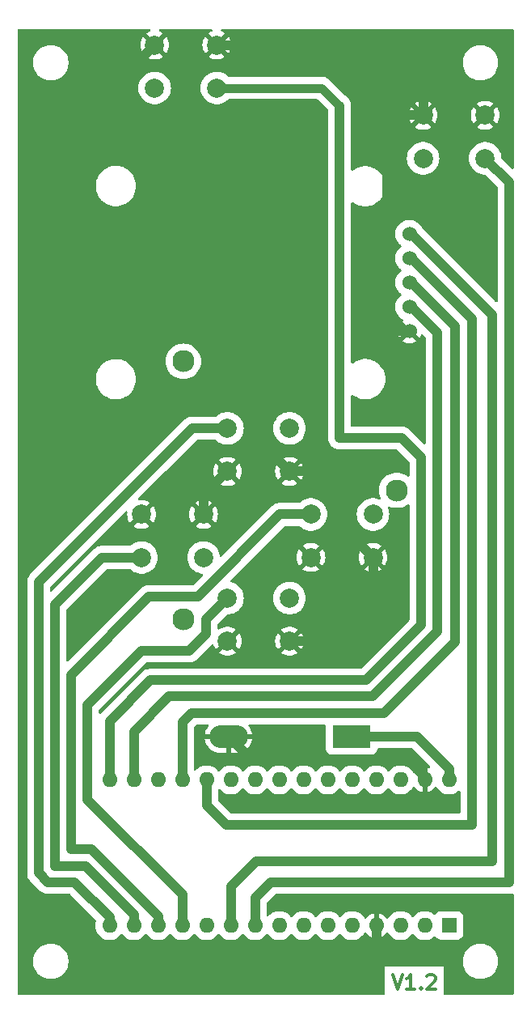
<source format=gbr>
%TF.GenerationSoftware,KiCad,Pcbnew,8.0.2*%
%TF.CreationDate,2024-05-13T00:00:15+01:00*%
%TF.ProjectId,Left_Controller_PCB_Bluetooth,4c656674-5f43-46f6-9e74-726f6c6c6572,V1.2*%
%TF.SameCoordinates,Original*%
%TF.FileFunction,Copper,L1,Top*%
%TF.FilePolarity,Positive*%
%FSLAX46Y46*%
G04 Gerber Fmt 4.6, Leading zero omitted, Abs format (unit mm)*
G04 Created by KiCad (PCBNEW 8.0.2) date 2024-05-13 00:00:15*
%MOMM*%
%LPD*%
G01*
G04 APERTURE LIST*
%ADD10C,0.300000*%
%TA.AperFunction,NonConductor*%
%ADD11C,0.300000*%
%TD*%
%TA.AperFunction,ComponentPad*%
%ADD12C,1.524000*%
%TD*%
%TA.AperFunction,ComponentPad*%
%ADD13C,2.000000*%
%TD*%
%TA.AperFunction,ComponentPad*%
%ADD14R,1.600000X1.600000*%
%TD*%
%TA.AperFunction,ComponentPad*%
%ADD15O,1.600000X1.600000*%
%TD*%
%TA.AperFunction,WasherPad*%
%ADD16C,2.300000*%
%TD*%
%TA.AperFunction,ComponentPad*%
%ADD17R,4.020000X2.410000*%
%TD*%
%TA.AperFunction,ComponentPad*%
%ADD18O,4.020000X2.410000*%
%TD*%
%TA.AperFunction,Conductor*%
%ADD19C,1.000000*%
%TD*%
%TA.AperFunction,Conductor*%
%ADD20C,0.900000*%
%TD*%
G04 APERTURE END LIST*
D10*
D11*
X156840225Y-146382828D02*
X157340225Y-147882828D01*
X157340225Y-147882828D02*
X157840225Y-146382828D01*
X159125939Y-147882828D02*
X158268796Y-147882828D01*
X158697367Y-147882828D02*
X158697367Y-146382828D01*
X158697367Y-146382828D02*
X158554510Y-146597114D01*
X158554510Y-146597114D02*
X158411653Y-146739971D01*
X158411653Y-146739971D02*
X158268796Y-146811400D01*
X159768795Y-147739971D02*
X159840224Y-147811400D01*
X159840224Y-147811400D02*
X159768795Y-147882828D01*
X159768795Y-147882828D02*
X159697367Y-147811400D01*
X159697367Y-147811400D02*
X159768795Y-147739971D01*
X159768795Y-147739971D02*
X159768795Y-147882828D01*
X160411653Y-146525685D02*
X160483081Y-146454257D01*
X160483081Y-146454257D02*
X160625939Y-146382828D01*
X160625939Y-146382828D02*
X160983081Y-146382828D01*
X160983081Y-146382828D02*
X161125939Y-146454257D01*
X161125939Y-146454257D02*
X161197367Y-146525685D01*
X161197367Y-146525685D02*
X161268796Y-146668542D01*
X161268796Y-146668542D02*
X161268796Y-146811400D01*
X161268796Y-146811400D02*
X161197367Y-147025685D01*
X161197367Y-147025685D02*
X160340224Y-147882828D01*
X160340224Y-147882828D02*
X161268796Y-147882828D01*
D12*
%TO.P,JoystickL1,1,GND*%
%TO.N,GND*%
X158563250Y-79080000D03*
%TO.P,JoystickL1,2,+5V*%
%TO.N,+3.3V*%
X158563250Y-76540000D03*
%TO.P,JoystickL1,3,VRX*%
%TO.N,/Analog_X_L*%
X158563250Y-74000000D03*
%TO.P,JoystickL1,4,VRY*%
%TO.N,/Analog_Y_L*%
X158563250Y-71460000D03*
%TO.P,JoystickL1,5,SW*%
%TO.N,/SEL_JOY_L*%
X158563250Y-68920000D03*
%TD*%
D13*
%TO.P,SEL_L1,1,1*%
%TO.N,/SEL_L*%
X166500000Y-61000000D03*
X160000000Y-61000000D03*
%TO.P,SEL_L1,2,2*%
%TO.N,GND*%
X166500000Y-56500000D03*
X160000000Y-56500000D03*
%TD*%
%TO.P,DOWN1,1,1*%
%TO.N,/DOWN*%
X139500000Y-107000000D03*
X146000000Y-107000000D03*
%TO.P,DOWN1,2,2*%
%TO.N,GND*%
X139500000Y-111500000D03*
X146000000Y-111500000D03*
%TD*%
%TO.P,LEFT1,1,1*%
%TO.N,GND*%
X130500000Y-98250000D03*
X137000000Y-98250000D03*
%TO.P,LEFT1,2,2*%
%TO.N,/LEFT*%
X130500000Y-102750000D03*
X137000000Y-102750000D03*
%TD*%
%TO.P,LEFT_SHOULDER1,1,1*%
%TO.N,/LEFT_SHOULDER*%
X138380800Y-53649932D03*
X131880800Y-53649932D03*
%TO.P,LEFT_SHOULDER1,2,2*%
%TO.N,GND*%
X138380800Y-49149932D03*
X131880800Y-49149932D03*
%TD*%
%TO.P,RIGHT1,1,1*%
%TO.N,/RIGHT*%
X148250000Y-98250000D03*
X154750000Y-98250000D03*
%TO.P,RIGHT1,2,2*%
%TO.N,GND*%
X148250000Y-102750000D03*
X154750000Y-102750000D03*
%TD*%
%TO.P,UP1,1,1*%
%TO.N,/UP*%
X139500000Y-89250000D03*
X146000000Y-89250000D03*
%TO.P,UP1,2,2*%
%TO.N,GND*%
X139500000Y-93750000D03*
X146000000Y-93750000D03*
%TD*%
D14*
%TO.P,CentralBoard1,1,D1/TX*%
%TO.N,unconnected-(CentralBoard1-D1{slash}TX-Pad1)*%
X162712400Y-141245532D03*
D15*
%TO.P,CentralBoard1,2,D0/RX*%
%TO.N,unconnected-(CentralBoard1-D0{slash}RX-Pad2)*%
X160172400Y-141245532D03*
%TO.P,CentralBoard1,3,~{RESET}*%
%TO.N,unconnected-(CentralBoard1-~{RESET}-Pad3)*%
X157632400Y-141245532D03*
%TO.P,CentralBoard1,4,GND*%
%TO.N,GND*%
X155092400Y-141245532D03*
%TO.P,CentralBoard1,5,D2*%
%TO.N,unconnected-(CentralBoard1-D2-Pad5)*%
X152552400Y-141245532D03*
%TO.P,CentralBoard1,6,D3*%
%TO.N,unconnected-(CentralBoard1-D3-Pad6)*%
X150012400Y-141245532D03*
%TO.P,CentralBoard1,7,D4*%
%TO.N,unconnected-(CentralBoard1-D4-Pad7)*%
X147472400Y-141245532D03*
%TO.P,CentralBoard1,8,D5*%
%TO.N,unconnected-(CentralBoard1-D5-Pad8)*%
X144932400Y-141245532D03*
%TO.P,CentralBoard1,9,D6*%
%TO.N,/SEL_L*%
X142392400Y-141245532D03*
%TO.P,CentralBoard1,10,D7*%
%TO.N,/SEL_JOY_L*%
X139852400Y-141245532D03*
%TO.P,CentralBoard1,11,D8*%
%TO.N,unconnected-(CentralBoard1-D8-Pad11)*%
X137312400Y-141245532D03*
%TO.P,CentralBoard1,12,D9*%
%TO.N,/DOWN*%
X134772400Y-141245532D03*
%TO.P,CentralBoard1,13,D10*%
%TO.N,/RIGHT*%
X132232400Y-141245532D03*
%TO.P,CentralBoard1,14,D11*%
%TO.N,/LEFT*%
X129692400Y-141245532D03*
%TO.P,CentralBoard1,15,D12*%
%TO.N,/UP*%
X127152400Y-141245532D03*
%TO.P,CentralBoard1,16,D13*%
%TO.N,/LEFT_SHOULDER*%
X127152400Y-126005532D03*
%TO.P,CentralBoard1,17,3V3*%
%TO.N,+3.3V*%
X129692400Y-126005532D03*
%TO.P,CentralBoard1,18,AREF*%
%TO.N,unconnected-(CentralBoard1-AREF-Pad18)*%
X132232400Y-126005532D03*
%TO.P,CentralBoard1,19,A0*%
%TO.N,/Analog_X_L*%
X134772400Y-126005532D03*
%TO.P,CentralBoard1,20,A1*%
%TO.N,/Analog_Y_L*%
X137312400Y-126005532D03*
%TO.P,CentralBoard1,21,A2*%
%TO.N,unconnected-(CentralBoard1-A2-Pad21)*%
X139852400Y-126005532D03*
%TO.P,CentralBoard1,22,A3*%
%TO.N,unconnected-(CentralBoard1-A3-Pad22)*%
X142392400Y-126005532D03*
%TO.P,CentralBoard1,23,A4*%
%TO.N,unconnected-(CentralBoard1-A4-Pad23)*%
X144932400Y-126005532D03*
%TO.P,CentralBoard1,24,A5*%
%TO.N,unconnected-(CentralBoard1-A5-Pad24)*%
X147472400Y-126005532D03*
%TO.P,CentralBoard1,25,A6*%
%TO.N,unconnected-(CentralBoard1-A6-Pad25)*%
X150012400Y-126005532D03*
%TO.P,CentralBoard1,26,A7*%
%TO.N,unconnected-(CentralBoard1-A7-Pad26)*%
X152552400Y-126005532D03*
%TO.P,CentralBoard1,27,+5V*%
%TO.N,unconnected-(CentralBoard1-+5V-Pad27)*%
X155092400Y-126005532D03*
%TO.P,CentralBoard1,28,~{RESET}*%
%TO.N,unconnected-(CentralBoard1-~{RESET}-Pad28)*%
X157632400Y-126005532D03*
%TO.P,CentralBoard1,29,GND*%
%TO.N,GND*%
X160172400Y-126005532D03*
%TO.P,CentralBoard1,30,VIN*%
%TO.N,+9V*%
X162712400Y-126005532D03*
%TD*%
D16*
%TO.P,BAT9V1,*%
%TO.N,*%
X134880000Y-109210000D03*
X157230000Y-95720000D03*
X134880000Y-82240000D03*
D17*
%TO.P,BAT9V1,1,+*%
%TO.N,+9V*%
X152500000Y-121500000D03*
D18*
%TO.P,BAT9V1,2,-*%
%TO.N,GND*%
X139620000Y-121500000D03*
%TD*%
D19*
%TO.N,+9V*%
X159338238Y-121500000D02*
X162712400Y-124874162D01*
X152500000Y-121500000D02*
X159338238Y-121500000D01*
X162712400Y-124874162D02*
X162712400Y-126005532D01*
%TO.N,GND*%
X118008400Y-137258400D02*
X118008400Y-103987600D01*
X152492428Y-146500000D02*
X129000000Y-146500000D01*
X158000000Y-56500000D02*
X160000000Y-56500000D01*
X154750000Y-102750000D02*
X151500000Y-99500000D01*
X146000000Y-93750000D02*
X142750000Y-90500000D01*
X137000000Y-96250000D02*
X139500000Y-93750000D01*
X156210000Y-58290000D02*
X158000000Y-56500000D01*
X142750000Y-90500000D02*
X142750000Y-84000000D01*
X118008400Y-103987600D02*
X122176800Y-99819200D01*
X142750000Y-84000000D02*
X134500000Y-75750000D01*
X146000000Y-111500000D02*
X149500000Y-111500000D01*
X142025000Y-123905000D02*
X158360296Y-123905000D01*
X151500000Y-99500000D02*
X151500000Y-96500000D01*
X160172400Y-125717104D02*
X160172400Y-126005532D01*
X160036000Y-56388000D02*
X160072000Y-56424000D01*
X129000000Y-146500000D02*
X120939172Y-138439172D01*
X134500000Y-75750000D02*
X122176800Y-75750000D01*
X138380800Y-49149932D02*
X156899932Y-49149932D01*
X122176800Y-72750000D02*
X122176800Y-58853932D01*
X151500000Y-96500000D02*
X148750000Y-93750000D01*
X154750000Y-106250000D02*
X154750000Y-102750000D01*
X155092400Y-143900028D02*
X152492428Y-146500000D01*
X155092400Y-141245532D02*
X155092400Y-143900028D01*
X158360296Y-123905000D02*
X160172400Y-125717104D01*
X160000000Y-52250000D02*
X160000000Y-56500000D01*
X156899932Y-49149932D02*
X160000000Y-52250000D01*
X158563250Y-79080000D02*
X157080000Y-79080000D01*
X122176800Y-99819200D02*
X122176800Y-75750000D01*
X119189172Y-138439172D02*
X118008400Y-137258400D01*
X157080000Y-79080000D02*
X156210000Y-78210000D01*
X139620000Y-121500000D02*
X142025000Y-123905000D01*
X156210000Y-78210000D02*
X156210000Y-58290000D01*
X149500000Y-111500000D02*
X154750000Y-106250000D01*
X122176800Y-58853932D02*
X131880800Y-49149932D01*
X122176800Y-75750000D02*
X122176800Y-72750000D01*
X148750000Y-93750000D02*
X146000000Y-93750000D01*
X137000000Y-98250000D02*
X137000000Y-96250000D01*
X120939172Y-138439172D02*
X119189172Y-138439172D01*
%TO.N,/LEFT_SHOULDER*%
X127152400Y-119848005D02*
X127152400Y-126005532D01*
D20*
X138380800Y-53649932D02*
X149399932Y-53649932D01*
D19*
X157750000Y-90250000D02*
X159768800Y-92268800D01*
X131400405Y-115600000D02*
X127152400Y-119848005D01*
D20*
X149399932Y-53649932D02*
X151250000Y-55500000D01*
D19*
X151250000Y-55500000D02*
X151250000Y-90250000D01*
X151250000Y-90250000D02*
X157750000Y-90250000D01*
X159768800Y-92268800D02*
X159768800Y-109819932D01*
X159768800Y-109819932D02*
X153988732Y-115600000D01*
X153988732Y-115600000D02*
X131400405Y-115600000D01*
%TO.N,/UP*%
X119708400Y-135743335D02*
X120704237Y-136739172D01*
X123489172Y-136739172D02*
X127152400Y-140402400D01*
X120704237Y-136739172D02*
X123489172Y-136739172D01*
X135794000Y-89250000D02*
X119708400Y-105335600D01*
X119708400Y-105335600D02*
X119708400Y-135743335D01*
X127152400Y-140402400D02*
X127152400Y-141245532D01*
X139500000Y-89250000D02*
X135794000Y-89250000D01*
%TO.N,/Analog_X_L*%
X158797938Y-74000000D02*
X163324800Y-78526862D01*
X163324800Y-78526862D02*
X163324800Y-111597932D01*
X163324800Y-111597932D02*
X155922732Y-119000000D01*
X158563250Y-74000000D02*
X158797938Y-74000000D01*
X135750000Y-119000000D02*
X134772400Y-119977600D01*
X134772400Y-119977600D02*
X134772400Y-126005532D01*
X155922732Y-119000000D02*
X135750000Y-119000000D01*
%TO.N,/Analog_Y_L*%
X139402372Y-130750000D02*
X137312400Y-128660028D01*
X158563250Y-71460000D02*
X158797938Y-71460000D01*
X165102800Y-130750000D02*
X139402372Y-130750000D01*
X158797938Y-71460000D02*
X165102800Y-77764862D01*
X137312400Y-128660028D02*
X137312400Y-126005532D01*
X165102800Y-77764862D02*
X165102800Y-130750000D01*
%TO.N,/LEFT*%
X129692400Y-141245532D02*
X129692400Y-140114162D01*
X126361270Y-102750000D02*
X130500000Y-102750000D01*
X129692400Y-140114162D02*
X124617410Y-135039172D01*
X121408400Y-107702870D02*
X126361270Y-102750000D01*
X124617410Y-135039172D02*
X121408400Y-135039172D01*
X121408400Y-135039172D02*
X121408400Y-107702870D01*
%TO.N,/DOWN*%
X137250000Y-110774000D02*
X135524000Y-112500000D01*
X134772400Y-138022400D02*
X134772400Y-141245532D01*
X124815600Y-128065600D02*
X134772400Y-138022400D01*
X130500000Y-112500000D02*
X124815600Y-118184400D01*
X139500000Y-107000000D02*
X137250000Y-109250000D01*
X135524000Y-112500000D02*
X130500000Y-112500000D01*
X124815600Y-118184400D02*
X124815600Y-128065600D01*
X137250000Y-109250000D02*
X137250000Y-110774000D01*
%TO.N,/RIGHT*%
X145000000Y-98250000D02*
X148250000Y-98250000D01*
X123108400Y-115025437D02*
X131273837Y-106860000D01*
X123108400Y-133224489D02*
X123108400Y-115025437D01*
X136390000Y-106860000D02*
X145000000Y-98250000D01*
X131273837Y-106860000D02*
X136390000Y-106860000D01*
X132232400Y-140249998D02*
X125206891Y-133224489D01*
X125206891Y-133224489D02*
X123108400Y-133224489D01*
X132232400Y-141245532D02*
X132232400Y-140249998D01*
%TO.N,/SEL_JOY_L*%
X142500000Y-134500000D02*
X139852400Y-137147600D01*
X139852400Y-137147600D02*
X139852400Y-141245532D01*
X167222800Y-77344862D02*
X167222800Y-134500000D01*
X167222800Y-134500000D02*
X142500000Y-134500000D01*
X158563250Y-68920000D02*
X158797938Y-68920000D01*
X158797938Y-68920000D02*
X167222800Y-77344862D01*
%TO.N,+3.3V*%
X129692400Y-120954800D02*
X129692400Y-126005532D01*
X133347200Y-117300000D02*
X129692400Y-120954800D01*
X161468800Y-79210862D02*
X161468800Y-110524096D01*
X158797938Y-76540000D02*
X161468800Y-79210862D01*
X158563250Y-76540000D02*
X158797938Y-76540000D01*
X154692896Y-117300000D02*
X133347200Y-117300000D01*
X161468800Y-110524096D02*
X154692896Y-117300000D01*
%TO.N,/SEL_L*%
X169000000Y-136750000D02*
X169000000Y-63500000D01*
X144000000Y-136750000D02*
X169000000Y-136750000D01*
X142392400Y-141245532D02*
X142392400Y-138357600D01*
X169000000Y-63500000D02*
X166500000Y-61000000D01*
X142392400Y-138357600D02*
X144000000Y-136750000D01*
%TD*%
%TA.AperFunction,Conductor*%
%TO.N,GND*%
G36*
X131389722Y-47520185D02*
G01*
X131435477Y-47572989D01*
X131445421Y-47642147D01*
X131416396Y-47705703D01*
X131362946Y-47741781D01*
X131276196Y-47771562D01*
X131276190Y-47771564D01*
X131057561Y-47889881D01*
X131010742Y-47926320D01*
X131010742Y-47926322D01*
X131710565Y-48626144D01*
X131668508Y-48637414D01*
X131543092Y-48709822D01*
X131440690Y-48812224D01*
X131368282Y-48937640D01*
X131357012Y-48979696D01*
X130657364Y-48280048D01*
X130557067Y-48433564D01*
X130457212Y-48661214D01*
X130396187Y-48902193D01*
X130396185Y-48902202D01*
X130375659Y-49149926D01*
X130375659Y-49149937D01*
X130396185Y-49397661D01*
X130396187Y-49397670D01*
X130457212Y-49638649D01*
X130557066Y-49866296D01*
X130657364Y-50019814D01*
X131357012Y-49320166D01*
X131368282Y-49362224D01*
X131440690Y-49487640D01*
X131543092Y-49590042D01*
X131668508Y-49662450D01*
X131710565Y-49673719D01*
X131010742Y-50373541D01*
X131057568Y-50409987D01*
X131057570Y-50409988D01*
X131276185Y-50528296D01*
X131276196Y-50528301D01*
X131511306Y-50609015D01*
X131756507Y-50649932D01*
X132005093Y-50649932D01*
X132250293Y-50609015D01*
X132485403Y-50528301D01*
X132485414Y-50528296D01*
X132704028Y-50409989D01*
X132704031Y-50409987D01*
X132750856Y-50373541D01*
X132051034Y-49673719D01*
X132093092Y-49662450D01*
X132218508Y-49590042D01*
X132320910Y-49487640D01*
X132393318Y-49362224D01*
X132404587Y-49320167D01*
X133104234Y-50019814D01*
X133204531Y-49866301D01*
X133304387Y-49638649D01*
X133365412Y-49397670D01*
X133365414Y-49397661D01*
X133385941Y-49149937D01*
X133385941Y-49149926D01*
X133365414Y-48902202D01*
X133365412Y-48902193D01*
X133304387Y-48661214D01*
X133204531Y-48433562D01*
X133104234Y-48280048D01*
X132404587Y-48979696D01*
X132393318Y-48937640D01*
X132320910Y-48812224D01*
X132218508Y-48709822D01*
X132093092Y-48637414D01*
X132051035Y-48626144D01*
X132750857Y-47926322D01*
X132750856Y-47926321D01*
X132704029Y-47889875D01*
X132485414Y-47771567D01*
X132485403Y-47771562D01*
X132398654Y-47741781D01*
X132341639Y-47701395D01*
X132315508Y-47636596D01*
X132328560Y-47567956D01*
X132376648Y-47517268D01*
X132438917Y-47500500D01*
X137822683Y-47500500D01*
X137889722Y-47520185D01*
X137935477Y-47572989D01*
X137945421Y-47642147D01*
X137916396Y-47705703D01*
X137862946Y-47741781D01*
X137776196Y-47771562D01*
X137776190Y-47771564D01*
X137557561Y-47889881D01*
X137510742Y-47926320D01*
X137510742Y-47926322D01*
X138210565Y-48626144D01*
X138168508Y-48637414D01*
X138043092Y-48709822D01*
X137940690Y-48812224D01*
X137868282Y-48937640D01*
X137857012Y-48979696D01*
X137157364Y-48280048D01*
X137057067Y-48433564D01*
X136957212Y-48661214D01*
X136896187Y-48902193D01*
X136896185Y-48902202D01*
X136875659Y-49149926D01*
X136875659Y-49149937D01*
X136896185Y-49397661D01*
X136896187Y-49397670D01*
X136957212Y-49638649D01*
X137057066Y-49866296D01*
X137157364Y-50019814D01*
X137857012Y-49320166D01*
X137868282Y-49362224D01*
X137940690Y-49487640D01*
X138043092Y-49590042D01*
X138168508Y-49662450D01*
X138210565Y-49673719D01*
X137510742Y-50373541D01*
X137557568Y-50409987D01*
X137557570Y-50409988D01*
X137776185Y-50528296D01*
X137776196Y-50528301D01*
X138011306Y-50609015D01*
X138256507Y-50649932D01*
X138505093Y-50649932D01*
X138750293Y-50609015D01*
X138985403Y-50528301D01*
X138985414Y-50528296D01*
X139204028Y-50409989D01*
X139204031Y-50409987D01*
X139250856Y-50373541D01*
X138551034Y-49673719D01*
X138593092Y-49662450D01*
X138718508Y-49590042D01*
X138820910Y-49487640D01*
X138893318Y-49362224D01*
X138904587Y-49320167D01*
X139604234Y-50019814D01*
X139704531Y-49866301D01*
X139804387Y-49638649D01*
X139865412Y-49397670D01*
X139865414Y-49397661D01*
X139885941Y-49149937D01*
X139885941Y-49149926D01*
X139865414Y-48902202D01*
X139865412Y-48902193D01*
X139804387Y-48661214D01*
X139704531Y-48433562D01*
X139604234Y-48280048D01*
X138904587Y-48979696D01*
X138893318Y-48937640D01*
X138820910Y-48812224D01*
X138718508Y-48709822D01*
X138593092Y-48637414D01*
X138551035Y-48626144D01*
X139250857Y-47926322D01*
X139250856Y-47926321D01*
X139204029Y-47889875D01*
X138985414Y-47771567D01*
X138985403Y-47771562D01*
X138898654Y-47741781D01*
X138841639Y-47701395D01*
X138815508Y-47636596D01*
X138828560Y-47567956D01*
X138876648Y-47517268D01*
X138938917Y-47500500D01*
X169375500Y-47500500D01*
X169442539Y-47520185D01*
X169488294Y-47572989D01*
X169499500Y-47624500D01*
X169499500Y-62002374D01*
X169479815Y-62069413D01*
X169427011Y-62115168D01*
X169357853Y-62125112D01*
X169294297Y-62096087D01*
X169287819Y-62090055D01*
X168238409Y-61040646D01*
X168204924Y-60979323D01*
X168202438Y-60962240D01*
X168186222Y-60745843D01*
X168129508Y-60497363D01*
X168036393Y-60260112D01*
X167908959Y-60039388D01*
X167750050Y-59840123D01*
X167563217Y-59666768D01*
X167352634Y-59523195D01*
X167352630Y-59523193D01*
X167352627Y-59523191D01*
X167352626Y-59523190D01*
X167123006Y-59412612D01*
X167123008Y-59412612D01*
X166879466Y-59337489D01*
X166879462Y-59337488D01*
X166879458Y-59337487D01*
X166758231Y-59319214D01*
X166627440Y-59299500D01*
X166627435Y-59299500D01*
X166372565Y-59299500D01*
X166372559Y-59299500D01*
X166215609Y-59323157D01*
X166120542Y-59337487D01*
X166120539Y-59337488D01*
X166120533Y-59337489D01*
X165876992Y-59412612D01*
X165647373Y-59523190D01*
X165647372Y-59523191D01*
X165436782Y-59666768D01*
X165249952Y-59840121D01*
X165249950Y-59840123D01*
X165091041Y-60039388D01*
X164963608Y-60260109D01*
X164870492Y-60497362D01*
X164870490Y-60497369D01*
X164813777Y-60745845D01*
X164794732Y-60999995D01*
X164794732Y-61000004D01*
X164813777Y-61254154D01*
X164813778Y-61254157D01*
X164870492Y-61502637D01*
X164963607Y-61739888D01*
X165091041Y-61960612D01*
X165249950Y-62159877D01*
X165436783Y-62333232D01*
X165647366Y-62476805D01*
X165647371Y-62476807D01*
X165647372Y-62476808D01*
X165647373Y-62476809D01*
X165769328Y-62535538D01*
X165876992Y-62587387D01*
X165876993Y-62587387D01*
X165876996Y-62587389D01*
X166120542Y-62662513D01*
X166372565Y-62700500D01*
X166451374Y-62700500D01*
X166518413Y-62720185D01*
X166539055Y-62736819D01*
X167763181Y-63960944D01*
X167796666Y-64022267D01*
X167799500Y-64048625D01*
X167799500Y-75924436D01*
X167779815Y-75991475D01*
X167727011Y-76037230D01*
X167657853Y-76047174D01*
X167594297Y-76018149D01*
X167587819Y-76012117D01*
X159914650Y-68338948D01*
X159888775Y-68301076D01*
X159853889Y-68221542D01*
X159721325Y-68018637D01*
X159702658Y-67998359D01*
X159557169Y-67840316D01*
X159557164Y-67840312D01*
X159557162Y-67840310D01*
X159365911Y-67691453D01*
X159365900Y-67691446D01*
X159152749Y-67576095D01*
X159152746Y-67576094D01*
X159152743Y-67576092D01*
X159152737Y-67576090D01*
X159152735Y-67576089D01*
X158923506Y-67497393D01*
X158744202Y-67467473D01*
X158684436Y-67457500D01*
X158442064Y-67457500D01*
X158394250Y-67465478D01*
X158202993Y-67497393D01*
X157973764Y-67576089D01*
X157973750Y-67576095D01*
X157760599Y-67691446D01*
X157760588Y-67691453D01*
X157569337Y-67840310D01*
X157569334Y-67840313D01*
X157405174Y-68018637D01*
X157272611Y-68221541D01*
X157175251Y-68443501D01*
X157115753Y-68678451D01*
X157115751Y-68678463D01*
X157095738Y-68919994D01*
X157095738Y-68920005D01*
X157115751Y-69161536D01*
X157115753Y-69161548D01*
X157175251Y-69396498D01*
X157272611Y-69618458D01*
X157405174Y-69821362D01*
X157405177Y-69821365D01*
X157569331Y-69999684D01*
X157629077Y-70046186D01*
X157688127Y-70092147D01*
X157728940Y-70148857D01*
X157732614Y-70218630D01*
X157697982Y-70279313D01*
X157688127Y-70287853D01*
X157569333Y-70380314D01*
X157405174Y-70558637D01*
X157272611Y-70761541D01*
X157175251Y-70983501D01*
X157115753Y-71218451D01*
X157115751Y-71218463D01*
X157095738Y-71459994D01*
X157095738Y-71460005D01*
X157115751Y-71701536D01*
X157115753Y-71701548D01*
X157175251Y-71936498D01*
X157272611Y-72158458D01*
X157405174Y-72361362D01*
X157405177Y-72361365D01*
X157569331Y-72539684D01*
X157629077Y-72586186D01*
X157688127Y-72632147D01*
X157728940Y-72688857D01*
X157732614Y-72758630D01*
X157697982Y-72819313D01*
X157688127Y-72827853D01*
X157569333Y-72920314D01*
X157405174Y-73098637D01*
X157272611Y-73301541D01*
X157175251Y-73523501D01*
X157115753Y-73758451D01*
X157115751Y-73758463D01*
X157095738Y-73999994D01*
X157095738Y-74000005D01*
X157115751Y-74241536D01*
X157115753Y-74241548D01*
X157175251Y-74476498D01*
X157272611Y-74698458D01*
X157405174Y-74901362D01*
X157405177Y-74901365D01*
X157569331Y-75079684D01*
X157629077Y-75126186D01*
X157688127Y-75172147D01*
X157728940Y-75228857D01*
X157732614Y-75298630D01*
X157697982Y-75359313D01*
X157688127Y-75367853D01*
X157569333Y-75460314D01*
X157405174Y-75638637D01*
X157272611Y-75841541D01*
X157175251Y-76063501D01*
X157115753Y-76298451D01*
X157115751Y-76298463D01*
X157095738Y-76539994D01*
X157095738Y-76540005D01*
X157115751Y-76781536D01*
X157115753Y-76781548D01*
X157175251Y-77016498D01*
X157272611Y-77238458D01*
X157405174Y-77441362D01*
X157405177Y-77441365D01*
X157569331Y-77619684D01*
X157569334Y-77619686D01*
X157569337Y-77619689D01*
X157760588Y-77768546D01*
X157760598Y-77768553D01*
X157808878Y-77794680D01*
X157852225Y-77818138D01*
X157901816Y-77867357D01*
X157916924Y-77935573D01*
X157892754Y-78001129D01*
X157865080Y-78028039D01*
X157865060Y-78028257D01*
X158375460Y-78538657D01*
X158342659Y-78547447D01*
X158212341Y-78622687D01*
X158105937Y-78729091D01*
X158030697Y-78859409D01*
X158021907Y-78892210D01*
X157511508Y-78381811D01*
X157466151Y-78446590D01*
X157372829Y-78646720D01*
X157372825Y-78646729D01*
X157315676Y-78860013D01*
X157315674Y-78860023D01*
X157296429Y-79079999D01*
X157296429Y-79080000D01*
X157315674Y-79299976D01*
X157315676Y-79299986D01*
X157372825Y-79513270D01*
X157372830Y-79513284D01*
X157466148Y-79713405D01*
X157466151Y-79713411D01*
X157511508Y-79778187D01*
X157511509Y-79778188D01*
X158021907Y-79267789D01*
X158030697Y-79300591D01*
X158105937Y-79430909D01*
X158212341Y-79537313D01*
X158342659Y-79612553D01*
X158375460Y-79621342D01*
X157865060Y-80131740D01*
X157929840Y-80177099D01*
X157929842Y-80177100D01*
X158129965Y-80270419D01*
X158129979Y-80270424D01*
X158343263Y-80327573D01*
X158343273Y-80327575D01*
X158563249Y-80346821D01*
X158563251Y-80346821D01*
X158783226Y-80327575D01*
X158783236Y-80327573D01*
X158996520Y-80270424D01*
X158996534Y-80270419D01*
X159196657Y-80177100D01*
X159196667Y-80177094D01*
X159261438Y-80131741D01*
X158751039Y-79621342D01*
X158783841Y-79612553D01*
X158914159Y-79537313D01*
X159020563Y-79430909D01*
X159095803Y-79300591D01*
X159104592Y-79267789D01*
X159614991Y-79778188D01*
X159660344Y-79713417D01*
X159660350Y-79713407D01*
X159753669Y-79513284D01*
X159753672Y-79513276D01*
X159765660Y-79468533D01*
X159802024Y-79408872D01*
X159864870Y-79378341D01*
X159934246Y-79386635D01*
X159973117Y-79412943D01*
X160231981Y-79671807D01*
X160265466Y-79733130D01*
X160268300Y-79759488D01*
X160268300Y-90771174D01*
X160248615Y-90838213D01*
X160195811Y-90883968D01*
X160126653Y-90893912D01*
X160063097Y-90864887D01*
X160056619Y-90858855D01*
X158532076Y-89334312D01*
X158532074Y-89334310D01*
X158379199Y-89223240D01*
X158210836Y-89137454D01*
X158031118Y-89079059D01*
X157844486Y-89049500D01*
X157844481Y-89049500D01*
X152574500Y-89049500D01*
X152507461Y-89029815D01*
X152461706Y-88977011D01*
X152450500Y-88925500D01*
X152450500Y-85843762D01*
X152470185Y-85776723D01*
X152522989Y-85730968D01*
X152592147Y-85721024D01*
X152652753Y-85747573D01*
X152730353Y-85810705D01*
X152975882Y-85960015D01*
X153162737Y-86041176D01*
X153239442Y-86074494D01*
X153516142Y-86152021D01*
X153766420Y-86186421D01*
X153800821Y-86191150D01*
X153800822Y-86191150D01*
X154088179Y-86191150D01*
X154118870Y-86186931D01*
X154372858Y-86152021D01*
X154649558Y-86074494D01*
X154762515Y-86025429D01*
X154913117Y-85960015D01*
X154913120Y-85960013D01*
X154913125Y-85960011D01*
X155158647Y-85810705D01*
X155381553Y-85629358D01*
X155577689Y-85419348D01*
X155743401Y-85184586D01*
X155875604Y-84929447D01*
X155971834Y-84658682D01*
X156030298Y-84377336D01*
X156049908Y-84090650D01*
X156030298Y-83803964D01*
X155971834Y-83522618D01*
X155947769Y-83454907D01*
X155875605Y-83251856D01*
X155875606Y-83251856D01*
X155743401Y-82996714D01*
X155577687Y-82761949D01*
X155499054Y-82677755D01*
X155381553Y-82551942D01*
X155170140Y-82379945D01*
X155158646Y-82370594D01*
X154913117Y-82221284D01*
X154649563Y-82106808D01*
X154649561Y-82106807D01*
X154649558Y-82106806D01*
X154520078Y-82070527D01*
X154372864Y-82029280D01*
X154372859Y-82029279D01*
X154372858Y-82029279D01*
X154230518Y-82009714D01*
X154088179Y-81990150D01*
X154088178Y-81990150D01*
X153800822Y-81990150D01*
X153800821Y-81990150D01*
X153516142Y-82029279D01*
X153516135Y-82029280D01*
X153308361Y-82087495D01*
X153239442Y-82106806D01*
X153239439Y-82106806D01*
X153239436Y-82106808D01*
X153239435Y-82106808D01*
X152975882Y-82221284D01*
X152730354Y-82370594D01*
X152652754Y-82433726D01*
X152588328Y-82460764D01*
X152519512Y-82448678D01*
X152468154Y-82401306D01*
X152450500Y-82337537D01*
X152450500Y-65691247D01*
X152470185Y-65624208D01*
X152522989Y-65578453D01*
X152592147Y-65568509D01*
X152652752Y-65595057D01*
X152720353Y-65650055D01*
X152916542Y-65769361D01*
X152965882Y-65799365D01*
X153152737Y-65880526D01*
X153229442Y-65913844D01*
X153506142Y-65991371D01*
X153756420Y-66025771D01*
X153790821Y-66030500D01*
X153790822Y-66030500D01*
X154078179Y-66030500D01*
X154108870Y-66026281D01*
X154362858Y-65991371D01*
X154639558Y-65913844D01*
X154752515Y-65864779D01*
X154903117Y-65799365D01*
X154903120Y-65799363D01*
X154903125Y-65799361D01*
X155148647Y-65650055D01*
X155371553Y-65468708D01*
X155567689Y-65258698D01*
X155733401Y-65023936D01*
X155865604Y-64768797D01*
X155961834Y-64498032D01*
X156020298Y-64216686D01*
X156039908Y-63930000D01*
X156020298Y-63643314D01*
X155961834Y-63361968D01*
X155865605Y-63091206D01*
X155865606Y-63091206D01*
X155733401Y-62836064D01*
X155567687Y-62601299D01*
X155451420Y-62476809D01*
X155371553Y-62391292D01*
X155148647Y-62209945D01*
X155148646Y-62209944D01*
X154903117Y-62060634D01*
X154639563Y-61946158D01*
X154639561Y-61946157D01*
X154639558Y-61946156D01*
X154510078Y-61909877D01*
X154362864Y-61868630D01*
X154362859Y-61868629D01*
X154362858Y-61868629D01*
X154144603Y-61838630D01*
X154078179Y-61829500D01*
X154078178Y-61829500D01*
X153790822Y-61829500D01*
X153790821Y-61829500D01*
X153506142Y-61868629D01*
X153506135Y-61868630D01*
X153336514Y-61916156D01*
X153229442Y-61946156D01*
X153229439Y-61946156D01*
X153229436Y-61946158D01*
X153229435Y-61946158D01*
X152965882Y-62060634D01*
X152720353Y-62209944D01*
X152652755Y-62264940D01*
X152588329Y-62291979D01*
X152519512Y-62279893D01*
X152468154Y-62232521D01*
X152450500Y-62168752D01*
X152450500Y-60999995D01*
X158294732Y-60999995D01*
X158294732Y-61000004D01*
X158313777Y-61254154D01*
X158313778Y-61254157D01*
X158370492Y-61502637D01*
X158463607Y-61739888D01*
X158591041Y-61960612D01*
X158749950Y-62159877D01*
X158936783Y-62333232D01*
X159147366Y-62476805D01*
X159147371Y-62476807D01*
X159147372Y-62476808D01*
X159147373Y-62476809D01*
X159269328Y-62535538D01*
X159376992Y-62587387D01*
X159376993Y-62587387D01*
X159376996Y-62587389D01*
X159620542Y-62662513D01*
X159872565Y-62700500D01*
X160127435Y-62700500D01*
X160379458Y-62662513D01*
X160623004Y-62587389D01*
X160852634Y-62476805D01*
X161063217Y-62333232D01*
X161250050Y-62159877D01*
X161408959Y-61960612D01*
X161536393Y-61739888D01*
X161629508Y-61502637D01*
X161686222Y-61254157D01*
X161705268Y-61000000D01*
X161686222Y-60745843D01*
X161629508Y-60497363D01*
X161536393Y-60260112D01*
X161408959Y-60039388D01*
X161250050Y-59840123D01*
X161063217Y-59666768D01*
X160852634Y-59523195D01*
X160852630Y-59523193D01*
X160852627Y-59523191D01*
X160852626Y-59523190D01*
X160623006Y-59412612D01*
X160623008Y-59412612D01*
X160379466Y-59337489D01*
X160379462Y-59337488D01*
X160379458Y-59337487D01*
X160258231Y-59319214D01*
X160127440Y-59299500D01*
X160127435Y-59299500D01*
X159872565Y-59299500D01*
X159872559Y-59299500D01*
X159715609Y-59323157D01*
X159620542Y-59337487D01*
X159620539Y-59337488D01*
X159620533Y-59337489D01*
X159376992Y-59412612D01*
X159147373Y-59523190D01*
X159147372Y-59523191D01*
X158936782Y-59666768D01*
X158749952Y-59840121D01*
X158749950Y-59840123D01*
X158591041Y-60039388D01*
X158463608Y-60260109D01*
X158370492Y-60497362D01*
X158370490Y-60497369D01*
X158313777Y-60745845D01*
X158294732Y-60999995D01*
X152450500Y-60999995D01*
X152450500Y-56499994D01*
X158494859Y-56499994D01*
X158494859Y-56500005D01*
X158515385Y-56747729D01*
X158515387Y-56747738D01*
X158576412Y-56988717D01*
X158676266Y-57216364D01*
X158776564Y-57369882D01*
X159476212Y-56670234D01*
X159487482Y-56712292D01*
X159559890Y-56837708D01*
X159662292Y-56940110D01*
X159787708Y-57012518D01*
X159829765Y-57023787D01*
X159129942Y-57723609D01*
X159176768Y-57760055D01*
X159176770Y-57760056D01*
X159395385Y-57878364D01*
X159395396Y-57878369D01*
X159630506Y-57959083D01*
X159875707Y-58000000D01*
X160124293Y-58000000D01*
X160369493Y-57959083D01*
X160604603Y-57878369D01*
X160604614Y-57878364D01*
X160823228Y-57760057D01*
X160823231Y-57760055D01*
X160870056Y-57723609D01*
X160170234Y-57023787D01*
X160212292Y-57012518D01*
X160337708Y-56940110D01*
X160440110Y-56837708D01*
X160512518Y-56712292D01*
X160523787Y-56670235D01*
X161223434Y-57369882D01*
X161323731Y-57216369D01*
X161423587Y-56988717D01*
X161484612Y-56747738D01*
X161484614Y-56747729D01*
X161505141Y-56500005D01*
X161505141Y-56499994D01*
X164994859Y-56499994D01*
X164994859Y-56500005D01*
X165015385Y-56747729D01*
X165015387Y-56747738D01*
X165076412Y-56988717D01*
X165176266Y-57216364D01*
X165276564Y-57369882D01*
X165976212Y-56670234D01*
X165987482Y-56712292D01*
X166059890Y-56837708D01*
X166162292Y-56940110D01*
X166287708Y-57012518D01*
X166329765Y-57023787D01*
X165629942Y-57723609D01*
X165676768Y-57760055D01*
X165676770Y-57760056D01*
X165895385Y-57878364D01*
X165895396Y-57878369D01*
X166130506Y-57959083D01*
X166375707Y-58000000D01*
X166624293Y-58000000D01*
X166869493Y-57959083D01*
X167104603Y-57878369D01*
X167104614Y-57878364D01*
X167323228Y-57760057D01*
X167323231Y-57760055D01*
X167370056Y-57723609D01*
X166670234Y-57023787D01*
X166712292Y-57012518D01*
X166837708Y-56940110D01*
X166940110Y-56837708D01*
X167012518Y-56712292D01*
X167023787Y-56670234D01*
X167723434Y-57369882D01*
X167823731Y-57216369D01*
X167923587Y-56988717D01*
X167984612Y-56747738D01*
X167984614Y-56747729D01*
X168005141Y-56500005D01*
X168005141Y-56499994D01*
X167984614Y-56252270D01*
X167984612Y-56252261D01*
X167923587Y-56011282D01*
X167823731Y-55783630D01*
X167723434Y-55630116D01*
X167023787Y-56329764D01*
X167012518Y-56287708D01*
X166940110Y-56162292D01*
X166837708Y-56059890D01*
X166712292Y-55987482D01*
X166670235Y-55976212D01*
X167370057Y-55276390D01*
X167370056Y-55276389D01*
X167323229Y-55239943D01*
X167104614Y-55121635D01*
X167104603Y-55121630D01*
X166869493Y-55040916D01*
X166624293Y-55000000D01*
X166375707Y-55000000D01*
X166130506Y-55040916D01*
X165895396Y-55121630D01*
X165895390Y-55121632D01*
X165676761Y-55239949D01*
X165629942Y-55276388D01*
X165629942Y-55276390D01*
X166329765Y-55976212D01*
X166287708Y-55987482D01*
X166162292Y-56059890D01*
X166059890Y-56162292D01*
X165987482Y-56287708D01*
X165976212Y-56329764D01*
X165276564Y-55630116D01*
X165176267Y-55783632D01*
X165076412Y-56011282D01*
X165015387Y-56252261D01*
X165015385Y-56252270D01*
X164994859Y-56499994D01*
X161505141Y-56499994D01*
X161484614Y-56252270D01*
X161484612Y-56252261D01*
X161423587Y-56011282D01*
X161323731Y-55783630D01*
X161223434Y-55630116D01*
X160523787Y-56329764D01*
X160512518Y-56287708D01*
X160440110Y-56162292D01*
X160337708Y-56059890D01*
X160212292Y-55987482D01*
X160170235Y-55976212D01*
X160870057Y-55276390D01*
X160870056Y-55276389D01*
X160823229Y-55239943D01*
X160604614Y-55121635D01*
X160604603Y-55121630D01*
X160369493Y-55040916D01*
X160124293Y-55000000D01*
X159875707Y-55000000D01*
X159630506Y-55040916D01*
X159395396Y-55121630D01*
X159395390Y-55121632D01*
X159176761Y-55239949D01*
X159129942Y-55276388D01*
X159129942Y-55276390D01*
X159829765Y-55976212D01*
X159787708Y-55987482D01*
X159662292Y-56059890D01*
X159559890Y-56162292D01*
X159487482Y-56287708D01*
X159476212Y-56329764D01*
X158776564Y-55630116D01*
X158676267Y-55783632D01*
X158576412Y-56011282D01*
X158515387Y-56252261D01*
X158515385Y-56252270D01*
X158494859Y-56499994D01*
X152450500Y-56499994D01*
X152450500Y-55405513D01*
X152420940Y-55218881D01*
X152362545Y-55039163D01*
X152276759Y-54870800D01*
X152252021Y-54836751D01*
X152165690Y-54717927D01*
X152032073Y-54584310D01*
X151879199Y-54473240D01*
X151879198Y-54473239D01*
X151879196Y-54473238D01*
X151837760Y-54452125D01*
X151806375Y-54429322D01*
X150281825Y-52904772D01*
X150281816Y-52904762D01*
X150227554Y-52850500D01*
X150149433Y-52772379D01*
X150149429Y-52772376D01*
X150149425Y-52772372D01*
X150002929Y-52665938D01*
X150002928Y-52665937D01*
X150002926Y-52665936D01*
X149951232Y-52639596D01*
X149841571Y-52583720D01*
X149841568Y-52583719D01*
X149669342Y-52527761D01*
X149579909Y-52513596D01*
X149490478Y-52499431D01*
X149309386Y-52499431D01*
X149304275Y-52499431D01*
X149304251Y-52499432D01*
X139689622Y-52499432D01*
X139622583Y-52479747D01*
X139605284Y-52466333D01*
X139444017Y-52316700D01*
X139233434Y-52173127D01*
X139233430Y-52173125D01*
X139233427Y-52173123D01*
X139233426Y-52173122D01*
X139003806Y-52062544D01*
X139003808Y-52062544D01*
X138760266Y-51987421D01*
X138760262Y-51987420D01*
X138760258Y-51987419D01*
X138639031Y-51969146D01*
X138508240Y-51949432D01*
X138508235Y-51949432D01*
X138253365Y-51949432D01*
X138253359Y-51949432D01*
X138096409Y-51973089D01*
X138001342Y-51987419D01*
X138001339Y-51987420D01*
X138001333Y-51987421D01*
X137757792Y-52062544D01*
X137528173Y-52173122D01*
X137528172Y-52173123D01*
X137317582Y-52316700D01*
X137130752Y-52490053D01*
X137130750Y-52490055D01*
X136971841Y-52689320D01*
X136844408Y-52910041D01*
X136751292Y-53147294D01*
X136751290Y-53147301D01*
X136694577Y-53395777D01*
X136675532Y-53649927D01*
X136675532Y-53649936D01*
X136694577Y-53904086D01*
X136694578Y-53904089D01*
X136751292Y-54152569D01*
X136844407Y-54389820D01*
X136971841Y-54610544D01*
X137130750Y-54809809D01*
X137317583Y-54983164D01*
X137528166Y-55126737D01*
X137528171Y-55126739D01*
X137528172Y-55126740D01*
X137528173Y-55126741D01*
X137650128Y-55185470D01*
X137757792Y-55237319D01*
X137757793Y-55237319D01*
X137757796Y-55237321D01*
X138001342Y-55312445D01*
X138253365Y-55350432D01*
X138508235Y-55350432D01*
X138760258Y-55312445D01*
X139003804Y-55237321D01*
X139233434Y-55126737D01*
X139444017Y-54983164D01*
X139605282Y-54833532D01*
X139667813Y-54802365D01*
X139689622Y-54800432D01*
X148872017Y-54800432D01*
X148939056Y-54820117D01*
X148959698Y-54836751D01*
X150013181Y-55890234D01*
X150046666Y-55951557D01*
X150049500Y-55977915D01*
X150049500Y-90344486D01*
X150079059Y-90531118D01*
X150137454Y-90710836D01*
X150212874Y-90858855D01*
X150223240Y-90879199D01*
X150334310Y-91032073D01*
X150467927Y-91165690D01*
X150620801Y-91276760D01*
X150700347Y-91317290D01*
X150789163Y-91362545D01*
X150789165Y-91362545D01*
X150789168Y-91362547D01*
X150885497Y-91393846D01*
X150968881Y-91420940D01*
X151155514Y-91450500D01*
X151155519Y-91450500D01*
X157201374Y-91450500D01*
X157268413Y-91470185D01*
X157289055Y-91486819D01*
X158531981Y-92729745D01*
X158565466Y-92791068D01*
X158568300Y-92817426D01*
X158568300Y-94162557D01*
X158548615Y-94229596D01*
X158495811Y-94275351D01*
X158426653Y-94285295D01*
X158369990Y-94261824D01*
X158233013Y-94159285D01*
X158233005Y-94159280D01*
X158000694Y-94032428D01*
X158000690Y-94032426D01*
X157752673Y-93939921D01*
X157494034Y-93883658D01*
X157494027Y-93883657D01*
X157230001Y-93864773D01*
X157229999Y-93864773D01*
X156965972Y-93883657D01*
X156965965Y-93883658D01*
X156707326Y-93939921D01*
X156459309Y-94032426D01*
X156459305Y-94032428D01*
X156226994Y-94159280D01*
X156226986Y-94159285D01*
X156015092Y-94317906D01*
X156015074Y-94317922D01*
X155827922Y-94505074D01*
X155827906Y-94505092D01*
X155669285Y-94716986D01*
X155669280Y-94716994D01*
X155542428Y-94949305D01*
X155542426Y-94949309D01*
X155449921Y-95197326D01*
X155393658Y-95455965D01*
X155393657Y-95455972D01*
X155374773Y-95719998D01*
X155374773Y-95720001D01*
X155393657Y-95984027D01*
X155393658Y-95984034D01*
X155449921Y-96242673D01*
X155542426Y-96490690D01*
X155542431Y-96490701D01*
X155545421Y-96496176D01*
X155560273Y-96564449D01*
X155535856Y-96629913D01*
X155479922Y-96671784D01*
X155410230Y-96676768D01*
X155382792Y-96667324D01*
X155373008Y-96662612D01*
X155129466Y-96587489D01*
X155129462Y-96587488D01*
X155129458Y-96587487D01*
X155008231Y-96569214D01*
X154877440Y-96549500D01*
X154877435Y-96549500D01*
X154622565Y-96549500D01*
X154622559Y-96549500D01*
X154465609Y-96573157D01*
X154370542Y-96587487D01*
X154370539Y-96587488D01*
X154370533Y-96587489D01*
X154126992Y-96662612D01*
X153897373Y-96773190D01*
X153897372Y-96773191D01*
X153686782Y-96916768D01*
X153499952Y-97090121D01*
X153499950Y-97090123D01*
X153341041Y-97289388D01*
X153213608Y-97510109D01*
X153120492Y-97747362D01*
X153120490Y-97747369D01*
X153063777Y-97995845D01*
X153044732Y-98249995D01*
X153044732Y-98250004D01*
X153063777Y-98504154D01*
X153117314Y-98738717D01*
X153120492Y-98752637D01*
X153213607Y-98989888D01*
X153341041Y-99210612D01*
X153499950Y-99409877D01*
X153686783Y-99583232D01*
X153897366Y-99726805D01*
X153897371Y-99726807D01*
X153897372Y-99726808D01*
X153897373Y-99726809D01*
X154019328Y-99785538D01*
X154126992Y-99837387D01*
X154126993Y-99837387D01*
X154126996Y-99837389D01*
X154370542Y-99912513D01*
X154622565Y-99950500D01*
X154877435Y-99950500D01*
X155129458Y-99912513D01*
X155373004Y-99837389D01*
X155602634Y-99726805D01*
X155813217Y-99583232D01*
X156000050Y-99409877D01*
X156158959Y-99210612D01*
X156286393Y-98989888D01*
X156379508Y-98752637D01*
X156436222Y-98504157D01*
X156455268Y-98250000D01*
X156436222Y-97995843D01*
X156379508Y-97747363D01*
X156311066Y-97572979D01*
X156304898Y-97503384D01*
X156337335Y-97441500D01*
X156398080Y-97406978D01*
X156467847Y-97410776D01*
X156469762Y-97411472D01*
X156707322Y-97500077D01*
X156965974Y-97556343D01*
X157198598Y-97572981D01*
X157229999Y-97575227D01*
X157230000Y-97575227D01*
X157230001Y-97575227D01*
X157261402Y-97572981D01*
X157494026Y-97556343D01*
X157752678Y-97500077D01*
X158000689Y-97407574D01*
X158233011Y-97280716D01*
X158369990Y-97178174D01*
X158435454Y-97153758D01*
X158503727Y-97168610D01*
X158553132Y-97218015D01*
X158568300Y-97277442D01*
X158568300Y-109271306D01*
X158548615Y-109338345D01*
X158531981Y-109358987D01*
X153527787Y-114363181D01*
X153466464Y-114396666D01*
X153440106Y-114399500D01*
X131305918Y-114399500D01*
X131119290Y-114429059D01*
X130939570Y-114487454D01*
X130771205Y-114573240D01*
X130618328Y-114684312D01*
X126236706Y-119065934D01*
X126234378Y-119068660D01*
X126175866Y-119106844D01*
X126105998Y-119107332D01*
X126046957Y-119069970D01*
X126017489Y-119006619D01*
X126016100Y-118988114D01*
X126016100Y-118733025D01*
X126035785Y-118665986D01*
X126052419Y-118645344D01*
X130960944Y-113736819D01*
X131022267Y-113703334D01*
X131048625Y-113700500D01*
X135618486Y-113700500D01*
X135805118Y-113670940D01*
X135984832Y-113612547D01*
X136153199Y-113526760D01*
X136306074Y-113415690D01*
X137852719Y-111869043D01*
X137914038Y-111835561D01*
X137983729Y-111840545D01*
X138039663Y-111882416D01*
X138060602Y-111926286D01*
X138076411Y-111988717D01*
X138176266Y-112216364D01*
X138276564Y-112369882D01*
X138976212Y-111670233D01*
X138987482Y-111712292D01*
X139059890Y-111837708D01*
X139162292Y-111940110D01*
X139287708Y-112012518D01*
X139329765Y-112023787D01*
X138629942Y-112723609D01*
X138676768Y-112760055D01*
X138676770Y-112760056D01*
X138895385Y-112878364D01*
X138895396Y-112878369D01*
X139130506Y-112959083D01*
X139375707Y-113000000D01*
X139624293Y-113000000D01*
X139869493Y-112959083D01*
X140104603Y-112878369D01*
X140104614Y-112878364D01*
X140323228Y-112760057D01*
X140323231Y-112760055D01*
X140370056Y-112723609D01*
X139670234Y-112023787D01*
X139712292Y-112012518D01*
X139837708Y-111940110D01*
X139940110Y-111837708D01*
X140012518Y-111712292D01*
X140023787Y-111670234D01*
X140723434Y-112369882D01*
X140823731Y-112216369D01*
X140923587Y-111988717D01*
X140984612Y-111747738D01*
X140984614Y-111747729D01*
X141005141Y-111500005D01*
X141005141Y-111499994D01*
X144494859Y-111499994D01*
X144494859Y-111500005D01*
X144515385Y-111747729D01*
X144515387Y-111747738D01*
X144576412Y-111988717D01*
X144676266Y-112216364D01*
X144776564Y-112369882D01*
X145476212Y-111670234D01*
X145487482Y-111712292D01*
X145559890Y-111837708D01*
X145662292Y-111940110D01*
X145787708Y-112012518D01*
X145829765Y-112023787D01*
X145129942Y-112723609D01*
X145176768Y-112760055D01*
X145176770Y-112760056D01*
X145395385Y-112878364D01*
X145395396Y-112878369D01*
X145630506Y-112959083D01*
X145875707Y-113000000D01*
X146124293Y-113000000D01*
X146369493Y-112959083D01*
X146604603Y-112878369D01*
X146604614Y-112878364D01*
X146823228Y-112760057D01*
X146823231Y-112760055D01*
X146870056Y-112723609D01*
X146170234Y-112023787D01*
X146212292Y-112012518D01*
X146337708Y-111940110D01*
X146440110Y-111837708D01*
X146512518Y-111712292D01*
X146523787Y-111670234D01*
X147223434Y-112369882D01*
X147323731Y-112216369D01*
X147423587Y-111988717D01*
X147484612Y-111747738D01*
X147484614Y-111747729D01*
X147505141Y-111500005D01*
X147505141Y-111499994D01*
X147484614Y-111252270D01*
X147484612Y-111252261D01*
X147423587Y-111011282D01*
X147323731Y-110783630D01*
X147223434Y-110630116D01*
X146523787Y-111329764D01*
X146512518Y-111287708D01*
X146440110Y-111162292D01*
X146337708Y-111059890D01*
X146212292Y-110987482D01*
X146170235Y-110976212D01*
X146870057Y-110276390D01*
X146870056Y-110276389D01*
X146823229Y-110239943D01*
X146604614Y-110121635D01*
X146604603Y-110121630D01*
X146369493Y-110040916D01*
X146124293Y-110000000D01*
X145875707Y-110000000D01*
X145630506Y-110040916D01*
X145395396Y-110121630D01*
X145395390Y-110121632D01*
X145176761Y-110239949D01*
X145129942Y-110276388D01*
X145129942Y-110276390D01*
X145829765Y-110976212D01*
X145787708Y-110987482D01*
X145662292Y-111059890D01*
X145559890Y-111162292D01*
X145487482Y-111287708D01*
X145476212Y-111329764D01*
X144776564Y-110630116D01*
X144676267Y-110783632D01*
X144576412Y-111011282D01*
X144515387Y-111252261D01*
X144515385Y-111252270D01*
X144494859Y-111499994D01*
X141005141Y-111499994D01*
X140984614Y-111252270D01*
X140984612Y-111252261D01*
X140923587Y-111011282D01*
X140823731Y-110783630D01*
X140723434Y-110630116D01*
X140023787Y-111329764D01*
X140012518Y-111287708D01*
X139940110Y-111162292D01*
X139837708Y-111059890D01*
X139712292Y-110987482D01*
X139670233Y-110976212D01*
X140370057Y-110276389D01*
X140323229Y-110239943D01*
X140104614Y-110121635D01*
X140104603Y-110121630D01*
X139869493Y-110040916D01*
X139624293Y-110000000D01*
X139375707Y-110000000D01*
X139130506Y-110040916D01*
X138895396Y-110121630D01*
X138895385Y-110121635D01*
X138676771Y-110239942D01*
X138676763Y-110239948D01*
X138650661Y-110260264D01*
X138585667Y-110285906D01*
X138517127Y-110272339D01*
X138466803Y-110223870D01*
X138450500Y-110162410D01*
X138450500Y-109798625D01*
X138470185Y-109731586D01*
X138486819Y-109710944D01*
X139460944Y-108736819D01*
X139522267Y-108703334D01*
X139548625Y-108700500D01*
X139627435Y-108700500D01*
X139879458Y-108662513D01*
X140123004Y-108587389D01*
X140352634Y-108476805D01*
X140563217Y-108333232D01*
X140750050Y-108159877D01*
X140908959Y-107960612D01*
X141036393Y-107739888D01*
X141129508Y-107502637D01*
X141186222Y-107254157D01*
X141205268Y-107000000D01*
X141205268Y-106999995D01*
X144294732Y-106999995D01*
X144294732Y-107000004D01*
X144313777Y-107254154D01*
X144313778Y-107254157D01*
X144370492Y-107502637D01*
X144463607Y-107739888D01*
X144591041Y-107960612D01*
X144749950Y-108159877D01*
X144936783Y-108333232D01*
X145147366Y-108476805D01*
X145147371Y-108476807D01*
X145147372Y-108476808D01*
X145147373Y-108476809D01*
X145269328Y-108535538D01*
X145376992Y-108587387D01*
X145376993Y-108587387D01*
X145376996Y-108587389D01*
X145620542Y-108662513D01*
X145872565Y-108700500D01*
X146127435Y-108700500D01*
X146379458Y-108662513D01*
X146623004Y-108587389D01*
X146852634Y-108476805D01*
X147063217Y-108333232D01*
X147250050Y-108159877D01*
X147408959Y-107960612D01*
X147536393Y-107739888D01*
X147629508Y-107502637D01*
X147686222Y-107254157D01*
X147705268Y-107000000D01*
X147686222Y-106745843D01*
X147629508Y-106497363D01*
X147536393Y-106260112D01*
X147408959Y-106039388D01*
X147250050Y-105840123D01*
X147063217Y-105666768D01*
X146852634Y-105523195D01*
X146852630Y-105523193D01*
X146852627Y-105523191D01*
X146852626Y-105523190D01*
X146623006Y-105412612D01*
X146623008Y-105412612D01*
X146379466Y-105337489D01*
X146379462Y-105337488D01*
X146379458Y-105337487D01*
X146258231Y-105319214D01*
X146127440Y-105299500D01*
X146127435Y-105299500D01*
X145872565Y-105299500D01*
X145872559Y-105299500D01*
X145715609Y-105323157D01*
X145620542Y-105337487D01*
X145620539Y-105337488D01*
X145620533Y-105337489D01*
X145376992Y-105412612D01*
X145147373Y-105523190D01*
X145147372Y-105523191D01*
X144936782Y-105666768D01*
X144749952Y-105840121D01*
X144749950Y-105840123D01*
X144591041Y-106039388D01*
X144463608Y-106260109D01*
X144370492Y-106497362D01*
X144370490Y-106497369D01*
X144313777Y-106745845D01*
X144294732Y-106999995D01*
X141205268Y-106999995D01*
X141186222Y-106745843D01*
X141129508Y-106497363D01*
X141036393Y-106260112D01*
X140908959Y-106039388D01*
X140750050Y-105840123D01*
X140563217Y-105666768D01*
X140352634Y-105523195D01*
X140352630Y-105523193D01*
X140352627Y-105523191D01*
X140352626Y-105523190D01*
X140123006Y-105412612D01*
X140123008Y-105412612D01*
X139879461Y-105337487D01*
X139879046Y-105337393D01*
X139878912Y-105337318D01*
X139875024Y-105336119D01*
X139875280Y-105335287D01*
X139818064Y-105303291D01*
X139785199Y-105241633D01*
X139790886Y-105171995D01*
X139818942Y-105128820D01*
X142197768Y-102749994D01*
X146744859Y-102749994D01*
X146744859Y-102750005D01*
X146765385Y-102997729D01*
X146765387Y-102997738D01*
X146826412Y-103238717D01*
X146926266Y-103466364D01*
X147026564Y-103619882D01*
X147726212Y-102920234D01*
X147737482Y-102962292D01*
X147809890Y-103087708D01*
X147912292Y-103190110D01*
X148037708Y-103262518D01*
X148079765Y-103273787D01*
X147379942Y-103973609D01*
X147426768Y-104010055D01*
X147426770Y-104010056D01*
X147645385Y-104128364D01*
X147645396Y-104128369D01*
X147880506Y-104209083D01*
X148125707Y-104250000D01*
X148374293Y-104250000D01*
X148619493Y-104209083D01*
X148854603Y-104128369D01*
X148854614Y-104128364D01*
X149073228Y-104010057D01*
X149073231Y-104010055D01*
X149120056Y-103973609D01*
X148420234Y-103273787D01*
X148462292Y-103262518D01*
X148587708Y-103190110D01*
X148690110Y-103087708D01*
X148762518Y-102962292D01*
X148773787Y-102920235D01*
X149473434Y-103619882D01*
X149573731Y-103466369D01*
X149673587Y-103238717D01*
X149734612Y-102997738D01*
X149734614Y-102997729D01*
X149755141Y-102750005D01*
X149755141Y-102749994D01*
X153244859Y-102749994D01*
X153244859Y-102750005D01*
X153265385Y-102997729D01*
X153265387Y-102997738D01*
X153326412Y-103238717D01*
X153426266Y-103466364D01*
X153526564Y-103619882D01*
X154226212Y-102920234D01*
X154237482Y-102962292D01*
X154309890Y-103087708D01*
X154412292Y-103190110D01*
X154537708Y-103262518D01*
X154579765Y-103273787D01*
X153879942Y-103973609D01*
X153926768Y-104010055D01*
X153926770Y-104010056D01*
X154145385Y-104128364D01*
X154145396Y-104128369D01*
X154380506Y-104209083D01*
X154625707Y-104250000D01*
X154874293Y-104250000D01*
X155119493Y-104209083D01*
X155354603Y-104128369D01*
X155354614Y-104128364D01*
X155573228Y-104010057D01*
X155573231Y-104010055D01*
X155620056Y-103973609D01*
X154920234Y-103273787D01*
X154962292Y-103262518D01*
X155087708Y-103190110D01*
X155190110Y-103087708D01*
X155262518Y-102962292D01*
X155273787Y-102920235D01*
X155973434Y-103619882D01*
X156073731Y-103466369D01*
X156173587Y-103238717D01*
X156234612Y-102997738D01*
X156234614Y-102997729D01*
X156255141Y-102750005D01*
X156255141Y-102749994D01*
X156234614Y-102502270D01*
X156234612Y-102502261D01*
X156173587Y-102261282D01*
X156073731Y-102033630D01*
X155973434Y-101880116D01*
X155273787Y-102579764D01*
X155262518Y-102537708D01*
X155190110Y-102412292D01*
X155087708Y-102309890D01*
X154962292Y-102237482D01*
X154920235Y-102226212D01*
X155620057Y-101526390D01*
X155620056Y-101526389D01*
X155573229Y-101489943D01*
X155354614Y-101371635D01*
X155354603Y-101371630D01*
X155119493Y-101290916D01*
X154874293Y-101250000D01*
X154625707Y-101250000D01*
X154380506Y-101290916D01*
X154145396Y-101371630D01*
X154145390Y-101371632D01*
X153926761Y-101489949D01*
X153879942Y-101526388D01*
X153879942Y-101526390D01*
X154579765Y-102226212D01*
X154537708Y-102237482D01*
X154412292Y-102309890D01*
X154309890Y-102412292D01*
X154237482Y-102537708D01*
X154226212Y-102579764D01*
X153526564Y-101880116D01*
X153426267Y-102033632D01*
X153326412Y-102261282D01*
X153265387Y-102502261D01*
X153265385Y-102502270D01*
X153244859Y-102749994D01*
X149755141Y-102749994D01*
X149734614Y-102502270D01*
X149734612Y-102502261D01*
X149673587Y-102261282D01*
X149573731Y-102033630D01*
X149473434Y-101880116D01*
X148773787Y-102579764D01*
X148762518Y-102537708D01*
X148690110Y-102412292D01*
X148587708Y-102309890D01*
X148462292Y-102237482D01*
X148420235Y-102226212D01*
X149120057Y-101526390D01*
X149120056Y-101526389D01*
X149073229Y-101489943D01*
X148854614Y-101371635D01*
X148854603Y-101371630D01*
X148619493Y-101290916D01*
X148374293Y-101250000D01*
X148125707Y-101250000D01*
X147880506Y-101290916D01*
X147645396Y-101371630D01*
X147645390Y-101371632D01*
X147426761Y-101489949D01*
X147379942Y-101526388D01*
X147379942Y-101526390D01*
X148079765Y-102226212D01*
X148037708Y-102237482D01*
X147912292Y-102309890D01*
X147809890Y-102412292D01*
X147737482Y-102537708D01*
X147726212Y-102579764D01*
X147026564Y-101880116D01*
X146926267Y-102033632D01*
X146826412Y-102261282D01*
X146765387Y-102502261D01*
X146765385Y-102502270D01*
X146744859Y-102749994D01*
X142197768Y-102749994D01*
X145460944Y-99486819D01*
X145522267Y-99453334D01*
X145548625Y-99450500D01*
X146995065Y-99450500D01*
X147062104Y-99470185D01*
X147079403Y-99483599D01*
X147186783Y-99583232D01*
X147397366Y-99726805D01*
X147397371Y-99726807D01*
X147397372Y-99726808D01*
X147397373Y-99726809D01*
X147519328Y-99785538D01*
X147626992Y-99837387D01*
X147626993Y-99837387D01*
X147626996Y-99837389D01*
X147870542Y-99912513D01*
X148122565Y-99950500D01*
X148377435Y-99950500D01*
X148629458Y-99912513D01*
X148873004Y-99837389D01*
X149102634Y-99726805D01*
X149313217Y-99583232D01*
X149500050Y-99409877D01*
X149658959Y-99210612D01*
X149786393Y-98989888D01*
X149879508Y-98752637D01*
X149936222Y-98504157D01*
X149955268Y-98250000D01*
X149936222Y-97995843D01*
X149879508Y-97747363D01*
X149786393Y-97510112D01*
X149658959Y-97289388D01*
X149500050Y-97090123D01*
X149313217Y-96916768D01*
X149102634Y-96773195D01*
X149102630Y-96773193D01*
X149102627Y-96773191D01*
X149102626Y-96773190D01*
X148873006Y-96662612D01*
X148873008Y-96662612D01*
X148629466Y-96587489D01*
X148629462Y-96587488D01*
X148629458Y-96587487D01*
X148508231Y-96569214D01*
X148377440Y-96549500D01*
X148377435Y-96549500D01*
X148122565Y-96549500D01*
X148122559Y-96549500D01*
X147965609Y-96573157D01*
X147870542Y-96587487D01*
X147870539Y-96587488D01*
X147870533Y-96587489D01*
X147626992Y-96662612D01*
X147397373Y-96773190D01*
X147397372Y-96773191D01*
X147186782Y-96916768D01*
X147079406Y-97016399D01*
X147016874Y-97047567D01*
X146995065Y-97049500D01*
X144905514Y-97049500D01*
X144718881Y-97079059D01*
X144539163Y-97137454D01*
X144370800Y-97223240D01*
X144296199Y-97277442D01*
X144217927Y-97334310D01*
X144217925Y-97334312D01*
X144217924Y-97334312D01*
X138903163Y-102649072D01*
X138841840Y-102682557D01*
X138772148Y-102677573D01*
X138716215Y-102635701D01*
X138691829Y-102570657D01*
X138686222Y-102495844D01*
X138629509Y-102247369D01*
X138629508Y-102247363D01*
X138536393Y-102010112D01*
X138408959Y-101789388D01*
X138250050Y-101590123D01*
X138063217Y-101416768D01*
X137852634Y-101273195D01*
X137852630Y-101273193D01*
X137852627Y-101273191D01*
X137852626Y-101273190D01*
X137623006Y-101162612D01*
X137623008Y-101162612D01*
X137379466Y-101087489D01*
X137379462Y-101087488D01*
X137379458Y-101087487D01*
X137258231Y-101069214D01*
X137127440Y-101049500D01*
X137127435Y-101049500D01*
X136872565Y-101049500D01*
X136872559Y-101049500D01*
X136715609Y-101073157D01*
X136620542Y-101087487D01*
X136620539Y-101087488D01*
X136620533Y-101087489D01*
X136376992Y-101162612D01*
X136147373Y-101273190D01*
X136147372Y-101273191D01*
X135936782Y-101416768D01*
X135749952Y-101590121D01*
X135749950Y-101590123D01*
X135591041Y-101789388D01*
X135463608Y-102010109D01*
X135370492Y-102247362D01*
X135370490Y-102247369D01*
X135313777Y-102495845D01*
X135294732Y-102749995D01*
X135294732Y-102750004D01*
X135313777Y-103004154D01*
X135367314Y-103238717D01*
X135370492Y-103252637D01*
X135463607Y-103489888D01*
X135591041Y-103710612D01*
X135749950Y-103909877D01*
X135936783Y-104083232D01*
X136147366Y-104226805D01*
X136147371Y-104226807D01*
X136147372Y-104226808D01*
X136147373Y-104226809D01*
X136269328Y-104285538D01*
X136376992Y-104337387D01*
X136376993Y-104337387D01*
X136376996Y-104337389D01*
X136620542Y-104412513D01*
X136828832Y-104443908D01*
X136892189Y-104473365D01*
X136929562Y-104532399D01*
X136929087Y-104602267D01*
X136898031Y-104654204D01*
X135929055Y-105623181D01*
X135867732Y-105656666D01*
X135841374Y-105659500D01*
X131179351Y-105659500D01*
X130992718Y-105689059D01*
X130813000Y-105747454D01*
X130644637Y-105833240D01*
X130635164Y-105840123D01*
X130491764Y-105944310D01*
X130491762Y-105944312D01*
X130491761Y-105944312D01*
X122820581Y-113615492D01*
X122759258Y-113648977D01*
X122689566Y-113643993D01*
X122633633Y-113602121D01*
X122609216Y-113536657D01*
X122608900Y-113527811D01*
X122608900Y-108251495D01*
X122628585Y-108184456D01*
X122645219Y-108163814D01*
X126822214Y-103986819D01*
X126883537Y-103953334D01*
X126909895Y-103950500D01*
X129245065Y-103950500D01*
X129312104Y-103970185D01*
X129329403Y-103983599D01*
X129436783Y-104083232D01*
X129647366Y-104226805D01*
X129647371Y-104226807D01*
X129647372Y-104226808D01*
X129647373Y-104226809D01*
X129769328Y-104285538D01*
X129876992Y-104337387D01*
X129876993Y-104337387D01*
X129876996Y-104337389D01*
X130120542Y-104412513D01*
X130372565Y-104450500D01*
X130627435Y-104450500D01*
X130879458Y-104412513D01*
X131123004Y-104337389D01*
X131352634Y-104226805D01*
X131563217Y-104083232D01*
X131750050Y-103909877D01*
X131908959Y-103710612D01*
X132036393Y-103489888D01*
X132129508Y-103252637D01*
X132186222Y-103004157D01*
X132205268Y-102750000D01*
X132199840Y-102677573D01*
X132189359Y-102537708D01*
X132186222Y-102495843D01*
X132129508Y-102247363D01*
X132036393Y-102010112D01*
X131908959Y-101789388D01*
X131750050Y-101590123D01*
X131563217Y-101416768D01*
X131352634Y-101273195D01*
X131352630Y-101273193D01*
X131352627Y-101273191D01*
X131352626Y-101273190D01*
X131123006Y-101162612D01*
X131123008Y-101162612D01*
X130879466Y-101087489D01*
X130879462Y-101087488D01*
X130879458Y-101087487D01*
X130758231Y-101069214D01*
X130627440Y-101049500D01*
X130627435Y-101049500D01*
X130372565Y-101049500D01*
X130372559Y-101049500D01*
X130215609Y-101073157D01*
X130120542Y-101087487D01*
X130120539Y-101087488D01*
X130120533Y-101087489D01*
X129876992Y-101162612D01*
X129647373Y-101273190D01*
X129647372Y-101273191D01*
X129436782Y-101416768D01*
X129329406Y-101516399D01*
X129266874Y-101547567D01*
X129245065Y-101549500D01*
X126266784Y-101549500D01*
X126080151Y-101579059D01*
X125900433Y-101637454D01*
X125732070Y-101723240D01*
X125644849Y-101786610D01*
X125579197Y-101834310D01*
X125579195Y-101834312D01*
X125579194Y-101834312D01*
X121120581Y-106292925D01*
X121059258Y-106326410D01*
X120989566Y-106321426D01*
X120933633Y-106279554D01*
X120909216Y-106214090D01*
X120908900Y-106205244D01*
X120908900Y-105884224D01*
X120928585Y-105817185D01*
X120945214Y-105796548D01*
X128801125Y-97940637D01*
X128862444Y-97907155D01*
X128932136Y-97912139D01*
X128988069Y-97954011D01*
X129012486Y-98019475D01*
X129012379Y-98038560D01*
X128994859Y-98250004D01*
X128994859Y-98250005D01*
X129015385Y-98497729D01*
X129015387Y-98497738D01*
X129076412Y-98738717D01*
X129176266Y-98966364D01*
X129276564Y-99119882D01*
X129976212Y-98420233D01*
X129987482Y-98462292D01*
X130059890Y-98587708D01*
X130162292Y-98690110D01*
X130287708Y-98762518D01*
X130329765Y-98773787D01*
X129629942Y-99473609D01*
X129676768Y-99510055D01*
X129676770Y-99510056D01*
X129895385Y-99628364D01*
X129895396Y-99628369D01*
X130130506Y-99709083D01*
X130375707Y-99750000D01*
X130624293Y-99750000D01*
X130869493Y-99709083D01*
X131104603Y-99628369D01*
X131104614Y-99628364D01*
X131323228Y-99510057D01*
X131323231Y-99510055D01*
X131370056Y-99473609D01*
X130670234Y-98773787D01*
X130712292Y-98762518D01*
X130837708Y-98690110D01*
X130940110Y-98587708D01*
X131012518Y-98462292D01*
X131023787Y-98420234D01*
X131723434Y-99119882D01*
X131823731Y-98966369D01*
X131923587Y-98738717D01*
X131984612Y-98497738D01*
X131984614Y-98497729D01*
X132005141Y-98250005D01*
X132005141Y-98249994D01*
X135494859Y-98249994D01*
X135494859Y-98250005D01*
X135515385Y-98497729D01*
X135515387Y-98497738D01*
X135576412Y-98738717D01*
X135676266Y-98966364D01*
X135776564Y-99119882D01*
X136476212Y-98420234D01*
X136487482Y-98462292D01*
X136559890Y-98587708D01*
X136662292Y-98690110D01*
X136787708Y-98762518D01*
X136829765Y-98773787D01*
X136129942Y-99473609D01*
X136176768Y-99510055D01*
X136176770Y-99510056D01*
X136395385Y-99628364D01*
X136395396Y-99628369D01*
X136630506Y-99709083D01*
X136875707Y-99750000D01*
X137124293Y-99750000D01*
X137369493Y-99709083D01*
X137604603Y-99628369D01*
X137604614Y-99628364D01*
X137823228Y-99510057D01*
X137823231Y-99510055D01*
X137870056Y-99473609D01*
X137170234Y-98773787D01*
X137212292Y-98762518D01*
X137337708Y-98690110D01*
X137440110Y-98587708D01*
X137512518Y-98462292D01*
X137523787Y-98420235D01*
X138223434Y-99119882D01*
X138323731Y-98966369D01*
X138423587Y-98738717D01*
X138484612Y-98497738D01*
X138484614Y-98497729D01*
X138505141Y-98250005D01*
X138505141Y-98249994D01*
X138484614Y-98002270D01*
X138484612Y-98002261D01*
X138423587Y-97761282D01*
X138323731Y-97533630D01*
X138223434Y-97380116D01*
X137523787Y-98079764D01*
X137512518Y-98037708D01*
X137440110Y-97912292D01*
X137337708Y-97809890D01*
X137212292Y-97737482D01*
X137170235Y-97726212D01*
X137870057Y-97026390D01*
X137870056Y-97026389D01*
X137823229Y-96989943D01*
X137604614Y-96871635D01*
X137604603Y-96871630D01*
X137369493Y-96790916D01*
X137124293Y-96750000D01*
X136875707Y-96750000D01*
X136630506Y-96790916D01*
X136395396Y-96871630D01*
X136395390Y-96871632D01*
X136176761Y-96989949D01*
X136129942Y-97026388D01*
X136129942Y-97026390D01*
X136829765Y-97726212D01*
X136787708Y-97737482D01*
X136662292Y-97809890D01*
X136559890Y-97912292D01*
X136487482Y-98037708D01*
X136476212Y-98079764D01*
X135776564Y-97380116D01*
X135676267Y-97533632D01*
X135576412Y-97761282D01*
X135515387Y-98002261D01*
X135515385Y-98002270D01*
X135494859Y-98249994D01*
X132005141Y-98249994D01*
X131984614Y-98002270D01*
X131984612Y-98002261D01*
X131923587Y-97761282D01*
X131823731Y-97533630D01*
X131723434Y-97380116D01*
X131023787Y-98079764D01*
X131012518Y-98037708D01*
X130940110Y-97912292D01*
X130837708Y-97809890D01*
X130712292Y-97737482D01*
X130670233Y-97726212D01*
X131370057Y-97026389D01*
X131323229Y-96989943D01*
X131104614Y-96871635D01*
X131104603Y-96871630D01*
X130869493Y-96790916D01*
X130624293Y-96750000D01*
X130375706Y-96750000D01*
X130296649Y-96763192D01*
X130227284Y-96754810D01*
X130173462Y-96710257D01*
X130152272Y-96643678D01*
X130170440Y-96576212D01*
X130188551Y-96553211D01*
X132991768Y-93749994D01*
X137994859Y-93749994D01*
X137994859Y-93750005D01*
X138015385Y-93997729D01*
X138015387Y-93997738D01*
X138076412Y-94238717D01*
X138176266Y-94466364D01*
X138276564Y-94619882D01*
X138976212Y-93920234D01*
X138987482Y-93962292D01*
X139059890Y-94087708D01*
X139162292Y-94190110D01*
X139287708Y-94262518D01*
X139329765Y-94273787D01*
X138629942Y-94973609D01*
X138676768Y-95010055D01*
X138676770Y-95010056D01*
X138895385Y-95128364D01*
X138895396Y-95128369D01*
X139130506Y-95209083D01*
X139375707Y-95250000D01*
X139624293Y-95250000D01*
X139869493Y-95209083D01*
X140104603Y-95128369D01*
X140104614Y-95128364D01*
X140323228Y-95010057D01*
X140323231Y-95010055D01*
X140370056Y-94973609D01*
X139670234Y-94273787D01*
X139712292Y-94262518D01*
X139837708Y-94190110D01*
X139940110Y-94087708D01*
X140012518Y-93962292D01*
X140023787Y-93920234D01*
X140723434Y-94619882D01*
X140823731Y-94466369D01*
X140923587Y-94238717D01*
X140984612Y-93997738D01*
X140984614Y-93997729D01*
X141005141Y-93750005D01*
X141005141Y-93749994D01*
X144494859Y-93749994D01*
X144494859Y-93750005D01*
X144515385Y-93997729D01*
X144515387Y-93997738D01*
X144576412Y-94238717D01*
X144676266Y-94466364D01*
X144776564Y-94619882D01*
X145476212Y-93920234D01*
X145487482Y-93962292D01*
X145559890Y-94087708D01*
X145662292Y-94190110D01*
X145787708Y-94262518D01*
X145829765Y-94273787D01*
X145129942Y-94973609D01*
X145176768Y-95010055D01*
X145176770Y-95010056D01*
X145395385Y-95128364D01*
X145395396Y-95128369D01*
X145630506Y-95209083D01*
X145875707Y-95250000D01*
X146124293Y-95250000D01*
X146369493Y-95209083D01*
X146604603Y-95128369D01*
X146604614Y-95128364D01*
X146823228Y-95010057D01*
X146823231Y-95010055D01*
X146870056Y-94973609D01*
X146170234Y-94273787D01*
X146212292Y-94262518D01*
X146337708Y-94190110D01*
X146440110Y-94087708D01*
X146512518Y-93962292D01*
X146523787Y-93920234D01*
X147223434Y-94619882D01*
X147323731Y-94466369D01*
X147423587Y-94238717D01*
X147484612Y-93997738D01*
X147484614Y-93997729D01*
X147505141Y-93750005D01*
X147505141Y-93749994D01*
X147484614Y-93502270D01*
X147484612Y-93502261D01*
X147423587Y-93261282D01*
X147323731Y-93033630D01*
X147223434Y-92880116D01*
X146523787Y-93579764D01*
X146512518Y-93537708D01*
X146440110Y-93412292D01*
X146337708Y-93309890D01*
X146212292Y-93237482D01*
X146170235Y-93226212D01*
X146870057Y-92526390D01*
X146870056Y-92526389D01*
X146823229Y-92489943D01*
X146604614Y-92371635D01*
X146604603Y-92371630D01*
X146369493Y-92290916D01*
X146124293Y-92250000D01*
X145875707Y-92250000D01*
X145630506Y-92290916D01*
X145395396Y-92371630D01*
X145395390Y-92371632D01*
X145176761Y-92489949D01*
X145129942Y-92526388D01*
X145129942Y-92526390D01*
X145829765Y-93226212D01*
X145787708Y-93237482D01*
X145662292Y-93309890D01*
X145559890Y-93412292D01*
X145487482Y-93537708D01*
X145476212Y-93579764D01*
X144776564Y-92880116D01*
X144676267Y-93033632D01*
X144576412Y-93261282D01*
X144515387Y-93502261D01*
X144515385Y-93502270D01*
X144494859Y-93749994D01*
X141005141Y-93749994D01*
X140984614Y-93502270D01*
X140984612Y-93502261D01*
X140923587Y-93261282D01*
X140823731Y-93033630D01*
X140723434Y-92880116D01*
X140023787Y-93579764D01*
X140012518Y-93537708D01*
X139940110Y-93412292D01*
X139837708Y-93309890D01*
X139712292Y-93237482D01*
X139670235Y-93226212D01*
X140370057Y-92526390D01*
X140370056Y-92526389D01*
X140323229Y-92489943D01*
X140104614Y-92371635D01*
X140104603Y-92371630D01*
X139869493Y-92290916D01*
X139624293Y-92250000D01*
X139375707Y-92250000D01*
X139130506Y-92290916D01*
X138895396Y-92371630D01*
X138895390Y-92371632D01*
X138676761Y-92489949D01*
X138629942Y-92526388D01*
X138629942Y-92526390D01*
X139329765Y-93226212D01*
X139287708Y-93237482D01*
X139162292Y-93309890D01*
X139059890Y-93412292D01*
X138987482Y-93537708D01*
X138976212Y-93579764D01*
X138276564Y-92880116D01*
X138176267Y-93033632D01*
X138076412Y-93261282D01*
X138015387Y-93502261D01*
X138015385Y-93502270D01*
X137994859Y-93749994D01*
X132991768Y-93749994D01*
X136254944Y-90486819D01*
X136316267Y-90453334D01*
X136342625Y-90450500D01*
X138245065Y-90450500D01*
X138312104Y-90470185D01*
X138329403Y-90483599D01*
X138436783Y-90583232D01*
X138647366Y-90726805D01*
X138647371Y-90726807D01*
X138647372Y-90726808D01*
X138647373Y-90726809D01*
X138739499Y-90771174D01*
X138876992Y-90837387D01*
X138876993Y-90837387D01*
X138876996Y-90837389D01*
X139120542Y-90912513D01*
X139372565Y-90950500D01*
X139627435Y-90950500D01*
X139879458Y-90912513D01*
X140123004Y-90837389D01*
X140352634Y-90726805D01*
X140563217Y-90583232D01*
X140750050Y-90409877D01*
X140908959Y-90210612D01*
X141036393Y-89989888D01*
X141129508Y-89752637D01*
X141186222Y-89504157D01*
X141205268Y-89250000D01*
X141205268Y-89249995D01*
X144294732Y-89249995D01*
X144294732Y-89250004D01*
X144313777Y-89504154D01*
X144313778Y-89504157D01*
X144370492Y-89752637D01*
X144463607Y-89989888D01*
X144591041Y-90210612D01*
X144749950Y-90409877D01*
X144936783Y-90583232D01*
X145147366Y-90726805D01*
X145147371Y-90726807D01*
X145147372Y-90726808D01*
X145147373Y-90726809D01*
X145239499Y-90771174D01*
X145376992Y-90837387D01*
X145376993Y-90837387D01*
X145376996Y-90837389D01*
X145620542Y-90912513D01*
X145872565Y-90950500D01*
X146127435Y-90950500D01*
X146379458Y-90912513D01*
X146623004Y-90837389D01*
X146852634Y-90726805D01*
X147063217Y-90583232D01*
X147250050Y-90409877D01*
X147408959Y-90210612D01*
X147536393Y-89989888D01*
X147629508Y-89752637D01*
X147686222Y-89504157D01*
X147705268Y-89250000D01*
X147686222Y-88995843D01*
X147629508Y-88747363D01*
X147536393Y-88510112D01*
X147408959Y-88289388D01*
X147250050Y-88090123D01*
X147063217Y-87916768D01*
X146852634Y-87773195D01*
X146852630Y-87773193D01*
X146852627Y-87773191D01*
X146852626Y-87773190D01*
X146623006Y-87662612D01*
X146623008Y-87662612D01*
X146379466Y-87587489D01*
X146379462Y-87587488D01*
X146379458Y-87587487D01*
X146258231Y-87569214D01*
X146127440Y-87549500D01*
X146127435Y-87549500D01*
X145872565Y-87549500D01*
X145872559Y-87549500D01*
X145715609Y-87573157D01*
X145620542Y-87587487D01*
X145620539Y-87587488D01*
X145620533Y-87587489D01*
X145376992Y-87662612D01*
X145147373Y-87773190D01*
X145147372Y-87773191D01*
X144936782Y-87916768D01*
X144749952Y-88090121D01*
X144749950Y-88090123D01*
X144591041Y-88289388D01*
X144463608Y-88510109D01*
X144370492Y-88747362D01*
X144370490Y-88747369D01*
X144313777Y-88995845D01*
X144294732Y-89249995D01*
X141205268Y-89249995D01*
X141186222Y-88995843D01*
X141129508Y-88747363D01*
X141036393Y-88510112D01*
X140908959Y-88289388D01*
X140750050Y-88090123D01*
X140563217Y-87916768D01*
X140352634Y-87773195D01*
X140352630Y-87773193D01*
X140352627Y-87773191D01*
X140352626Y-87773190D01*
X140123006Y-87662612D01*
X140123008Y-87662612D01*
X139879466Y-87587489D01*
X139879462Y-87587488D01*
X139879458Y-87587487D01*
X139758231Y-87569214D01*
X139627440Y-87549500D01*
X139627435Y-87549500D01*
X139372565Y-87549500D01*
X139372559Y-87549500D01*
X139215609Y-87573157D01*
X139120542Y-87587487D01*
X139120539Y-87587488D01*
X139120533Y-87587489D01*
X138876992Y-87662612D01*
X138647373Y-87773190D01*
X138647372Y-87773191D01*
X138436782Y-87916768D01*
X138329406Y-88016399D01*
X138266874Y-88047567D01*
X138245065Y-88049500D01*
X135699514Y-88049500D01*
X135512881Y-88079059D01*
X135333163Y-88137454D01*
X135164800Y-88223240D01*
X135077579Y-88286610D01*
X135011927Y-88334310D01*
X135011925Y-88334312D01*
X135011924Y-88334312D01*
X118792712Y-104553523D01*
X118681640Y-104706400D01*
X118595854Y-104874763D01*
X118537459Y-105054481D01*
X118507900Y-105241113D01*
X118507900Y-135837821D01*
X118537459Y-136024453D01*
X118595854Y-136204171D01*
X118678069Y-136365525D01*
X118681640Y-136372534D01*
X118792710Y-136525409D01*
X119922163Y-137654862D01*
X120075038Y-137765932D01*
X120243405Y-137851719D01*
X120423119Y-137910112D01*
X120491472Y-137920938D01*
X120609750Y-137939672D01*
X120609755Y-137939672D01*
X120609756Y-137939672D01*
X122940546Y-137939672D01*
X123007585Y-137959357D01*
X123028227Y-137975991D01*
X125694792Y-140642556D01*
X125728277Y-140703879D01*
X125727317Y-140760677D01*
X125667292Y-140997707D01*
X125667290Y-140997719D01*
X125646757Y-141245526D01*
X125646757Y-141245537D01*
X125667290Y-141493344D01*
X125667292Y-141493356D01*
X125728336Y-141734413D01*
X125828226Y-141962138D01*
X125964233Y-142170314D01*
X125964235Y-142170316D01*
X125964236Y-142170317D01*
X126132656Y-142353270D01*
X126328891Y-142506006D01*
X126547590Y-142624360D01*
X126782786Y-142705103D01*
X127028065Y-142746032D01*
X127276735Y-142746032D01*
X127522014Y-142705103D01*
X127757210Y-142624360D01*
X127975909Y-142506006D01*
X128172144Y-142353270D01*
X128331171Y-142180520D01*
X128391057Y-142144531D01*
X128460895Y-142146631D01*
X128513628Y-142180520D01*
X128672656Y-142353270D01*
X128868891Y-142506006D01*
X129087590Y-142624360D01*
X129322786Y-142705103D01*
X129568065Y-142746032D01*
X129816735Y-142746032D01*
X130062014Y-142705103D01*
X130297210Y-142624360D01*
X130515909Y-142506006D01*
X130712144Y-142353270D01*
X130871171Y-142180520D01*
X130931057Y-142144531D01*
X131000895Y-142146631D01*
X131053628Y-142180520D01*
X131212656Y-142353270D01*
X131408891Y-142506006D01*
X131627590Y-142624360D01*
X131862786Y-142705103D01*
X132108065Y-142746032D01*
X132356735Y-142746032D01*
X132602014Y-142705103D01*
X132837210Y-142624360D01*
X133055909Y-142506006D01*
X133252144Y-142353270D01*
X133411171Y-142180520D01*
X133471057Y-142144531D01*
X133540895Y-142146631D01*
X133593628Y-142180520D01*
X133752656Y-142353270D01*
X133948891Y-142506006D01*
X134167590Y-142624360D01*
X134402786Y-142705103D01*
X134648065Y-142746032D01*
X134896735Y-142746032D01*
X135142014Y-142705103D01*
X135377210Y-142624360D01*
X135595909Y-142506006D01*
X135792144Y-142353270D01*
X135951171Y-142180520D01*
X136011057Y-142144531D01*
X136080895Y-142146631D01*
X136133628Y-142180520D01*
X136292656Y-142353270D01*
X136488891Y-142506006D01*
X136707590Y-142624360D01*
X136942786Y-142705103D01*
X137188065Y-142746032D01*
X137436735Y-142746032D01*
X137682014Y-142705103D01*
X137917210Y-142624360D01*
X138135909Y-142506006D01*
X138332144Y-142353270D01*
X138491171Y-142180520D01*
X138551057Y-142144531D01*
X138620895Y-142146631D01*
X138673628Y-142180520D01*
X138832656Y-142353270D01*
X139028891Y-142506006D01*
X139247590Y-142624360D01*
X139482786Y-142705103D01*
X139728065Y-142746032D01*
X139976735Y-142746032D01*
X140222014Y-142705103D01*
X140457210Y-142624360D01*
X140675909Y-142506006D01*
X140872144Y-142353270D01*
X141031171Y-142180520D01*
X141091057Y-142144531D01*
X141160895Y-142146631D01*
X141213628Y-142180520D01*
X141372656Y-142353270D01*
X141568891Y-142506006D01*
X141787590Y-142624360D01*
X142022786Y-142705103D01*
X142268065Y-142746032D01*
X142516735Y-142746032D01*
X142762014Y-142705103D01*
X142997210Y-142624360D01*
X143215909Y-142506006D01*
X143412144Y-142353270D01*
X143571171Y-142180520D01*
X143631057Y-142144531D01*
X143700895Y-142146631D01*
X143753628Y-142180520D01*
X143912656Y-142353270D01*
X144108891Y-142506006D01*
X144327590Y-142624360D01*
X144562786Y-142705103D01*
X144808065Y-142746032D01*
X145056735Y-142746032D01*
X145302014Y-142705103D01*
X145537210Y-142624360D01*
X145755909Y-142506006D01*
X145952144Y-142353270D01*
X146111171Y-142180520D01*
X146171057Y-142144531D01*
X146240895Y-142146631D01*
X146293628Y-142180520D01*
X146452656Y-142353270D01*
X146648891Y-142506006D01*
X146867590Y-142624360D01*
X147102786Y-142705103D01*
X147348065Y-142746032D01*
X147596735Y-142746032D01*
X147842014Y-142705103D01*
X148077210Y-142624360D01*
X148295909Y-142506006D01*
X148492144Y-142353270D01*
X148651171Y-142180520D01*
X148711057Y-142144531D01*
X148780895Y-142146631D01*
X148833628Y-142180520D01*
X148992656Y-142353270D01*
X149188891Y-142506006D01*
X149407590Y-142624360D01*
X149642786Y-142705103D01*
X149888065Y-142746032D01*
X150136735Y-142746032D01*
X150382014Y-142705103D01*
X150617210Y-142624360D01*
X150835909Y-142506006D01*
X151032144Y-142353270D01*
X151191171Y-142180520D01*
X151251057Y-142144531D01*
X151320895Y-142146631D01*
X151373628Y-142180520D01*
X151532656Y-142353270D01*
X151728891Y-142506006D01*
X151947590Y-142624360D01*
X152182786Y-142705103D01*
X152428065Y-142746032D01*
X152676735Y-142746032D01*
X152922014Y-142705103D01*
X153157210Y-142624360D01*
X153375909Y-142506006D01*
X153572144Y-142353270D01*
X153740564Y-142170317D01*
X153839357Y-142019101D01*
X153892503Y-141973745D01*
X153961734Y-141964321D01*
X154025070Y-141993823D01*
X154044741Y-142015800D01*
X154092739Y-142084349D01*
X154253579Y-142245189D01*
X154439917Y-142375666D01*
X154646073Y-142471797D01*
X154646082Y-142471801D01*
X154842399Y-142524404D01*
X154842400Y-142524403D01*
X154842400Y-141678544D01*
X154899407Y-141711457D01*
X155026574Y-141745532D01*
X155158226Y-141745532D01*
X155285393Y-141711457D01*
X155342400Y-141678544D01*
X155342400Y-142524404D01*
X155538717Y-142471801D01*
X155538726Y-142471797D01*
X155744882Y-142375666D01*
X155931220Y-142245189D01*
X156092058Y-142084351D01*
X156140057Y-142015801D01*
X156194634Y-141972175D01*
X156264132Y-141964981D01*
X156326487Y-141996503D01*
X156345442Y-142019101D01*
X156444236Y-142170317D01*
X156612656Y-142353270D01*
X156808891Y-142506006D01*
X157027590Y-142624360D01*
X157262786Y-142705103D01*
X157508065Y-142746032D01*
X157756735Y-142746032D01*
X158002014Y-142705103D01*
X158237210Y-142624360D01*
X158455909Y-142506006D01*
X158652144Y-142353270D01*
X158811171Y-142180520D01*
X158871057Y-142144531D01*
X158940895Y-142146631D01*
X158993628Y-142180520D01*
X159152656Y-142353270D01*
X159348891Y-142506006D01*
X159567590Y-142624360D01*
X159802786Y-142705103D01*
X160048065Y-142746032D01*
X160296735Y-142746032D01*
X160542014Y-142705103D01*
X160777210Y-142624360D01*
X160995909Y-142506006D01*
X161141710Y-142392524D01*
X161206702Y-142366882D01*
X161275242Y-142380448D01*
X161323987Y-142426227D01*
X161356928Y-142480717D01*
X161356931Y-142480721D01*
X161477211Y-142601001D01*
X161477213Y-142601002D01*
X161477215Y-142601004D01*
X161622794Y-142689010D01*
X161785204Y-142739618D01*
X161855784Y-142746032D01*
X161855787Y-142746032D01*
X163569013Y-142746032D01*
X163569016Y-142746032D01*
X163639596Y-142739618D01*
X163802006Y-142689010D01*
X163947585Y-142601004D01*
X164067872Y-142480717D01*
X164155878Y-142335138D01*
X164206486Y-142172728D01*
X164212900Y-142102148D01*
X164212900Y-140388916D01*
X164206486Y-140318336D01*
X164155878Y-140155926D01*
X164067872Y-140010347D01*
X164067870Y-140010345D01*
X164067869Y-140010343D01*
X163947588Y-139890062D01*
X163908949Y-139866704D01*
X163802006Y-139802054D01*
X163639596Y-139751446D01*
X163639594Y-139751445D01*
X163639592Y-139751445D01*
X163590178Y-139746955D01*
X163569016Y-139745032D01*
X161855784Y-139745032D01*
X161836545Y-139746780D01*
X161785207Y-139751445D01*
X161622793Y-139802054D01*
X161477211Y-139890062D01*
X161356930Y-140010343D01*
X161323987Y-140064837D01*
X161272458Y-140112023D01*
X161203599Y-140123861D01*
X161141709Y-140098539D01*
X160995906Y-139985056D01*
X160777211Y-139866704D01*
X160777202Y-139866701D01*
X160542016Y-139785961D01*
X160296735Y-139745032D01*
X160048065Y-139745032D01*
X159802783Y-139785961D01*
X159567597Y-139866701D01*
X159567588Y-139866704D01*
X159348893Y-139985056D01*
X159152657Y-140137793D01*
X158993630Y-140310542D01*
X158933742Y-140346533D01*
X158863904Y-140344432D01*
X158811170Y-140310542D01*
X158756670Y-140251340D01*
X158652144Y-140137794D01*
X158455909Y-139985058D01*
X158455907Y-139985057D01*
X158455906Y-139985056D01*
X158237211Y-139866704D01*
X158237202Y-139866701D01*
X158002016Y-139785961D01*
X157756735Y-139745032D01*
X157508065Y-139745032D01*
X157262783Y-139785961D01*
X157027597Y-139866701D01*
X157027588Y-139866704D01*
X156808893Y-139985056D01*
X156612657Y-140137793D01*
X156444232Y-140320751D01*
X156345441Y-140471962D01*
X156292295Y-140517318D01*
X156223064Y-140526742D01*
X156159728Y-140497240D01*
X156140058Y-140475263D01*
X156092059Y-140406713D01*
X155931220Y-140245874D01*
X155744882Y-140115397D01*
X155538728Y-140019266D01*
X155342400Y-139966659D01*
X155342400Y-140812520D01*
X155285393Y-140779607D01*
X155158226Y-140745532D01*
X155026574Y-140745532D01*
X154899407Y-140779607D01*
X154842400Y-140812520D01*
X154842400Y-139966659D01*
X154646071Y-140019266D01*
X154439917Y-140115397D01*
X154253579Y-140245874D01*
X154092742Y-140406711D01*
X154044741Y-140475264D01*
X153990163Y-140518889D01*
X153920665Y-140526081D01*
X153858310Y-140494559D01*
X153839357Y-140471961D01*
X153740566Y-140320749D01*
X153712347Y-140290095D01*
X153572144Y-140137794D01*
X153375909Y-139985058D01*
X153375907Y-139985057D01*
X153375906Y-139985056D01*
X153157211Y-139866704D01*
X153157202Y-139866701D01*
X152922016Y-139785961D01*
X152676735Y-139745032D01*
X152428065Y-139745032D01*
X152182783Y-139785961D01*
X151947597Y-139866701D01*
X151947588Y-139866704D01*
X151728893Y-139985056D01*
X151532657Y-140137793D01*
X151373630Y-140310542D01*
X151313742Y-140346533D01*
X151243904Y-140344432D01*
X151191170Y-140310542D01*
X151136670Y-140251340D01*
X151032144Y-140137794D01*
X150835909Y-139985058D01*
X150835907Y-139985057D01*
X150835906Y-139985056D01*
X150617211Y-139866704D01*
X150617202Y-139866701D01*
X150382016Y-139785961D01*
X150136735Y-139745032D01*
X149888065Y-139745032D01*
X149642783Y-139785961D01*
X149407597Y-139866701D01*
X149407588Y-139866704D01*
X149188893Y-139985056D01*
X148992657Y-140137793D01*
X148833630Y-140310542D01*
X148773742Y-140346533D01*
X148703904Y-140344432D01*
X148651170Y-140310542D01*
X148596670Y-140251340D01*
X148492144Y-140137794D01*
X148295909Y-139985058D01*
X148295907Y-139985057D01*
X148295906Y-139985056D01*
X148077211Y-139866704D01*
X148077202Y-139866701D01*
X147842016Y-139785961D01*
X147596735Y-139745032D01*
X147348065Y-139745032D01*
X147102783Y-139785961D01*
X146867597Y-139866701D01*
X146867588Y-139866704D01*
X146648893Y-139985056D01*
X146452657Y-140137793D01*
X146293630Y-140310542D01*
X146233742Y-140346533D01*
X146163904Y-140344432D01*
X146111170Y-140310542D01*
X146056670Y-140251340D01*
X145952144Y-140137794D01*
X145755909Y-139985058D01*
X145755907Y-139985057D01*
X145755906Y-139985056D01*
X145537211Y-139866704D01*
X145537202Y-139866701D01*
X145302016Y-139785961D01*
X145056735Y-139745032D01*
X144808065Y-139745032D01*
X144562783Y-139785961D01*
X144327597Y-139866701D01*
X144327588Y-139866704D01*
X144108893Y-139985056D01*
X143930557Y-140123861D01*
X143912656Y-140137794D01*
X143813162Y-140245874D01*
X143808130Y-140251340D01*
X143748243Y-140287330D01*
X143678405Y-140285230D01*
X143620788Y-140245706D01*
X143593687Y-140181307D01*
X143592900Y-140167357D01*
X143592900Y-138906225D01*
X143612585Y-138839186D01*
X143629219Y-138818544D01*
X144460944Y-137986819D01*
X144522267Y-137953334D01*
X144548625Y-137950500D01*
X169094486Y-137950500D01*
X169184963Y-137936169D01*
X169281118Y-137920940D01*
X169281123Y-137920938D01*
X169281125Y-137920938D01*
X169314443Y-137910112D01*
X169337180Y-137902723D01*
X169407021Y-137900727D01*
X169466854Y-137936806D01*
X169497683Y-137999507D01*
X169499500Y-138020654D01*
X169499500Y-148375500D01*
X169479815Y-148442539D01*
X169427011Y-148488294D01*
X169375500Y-148499500D01*
X162250021Y-148499500D01*
X162182982Y-148479815D01*
X162137227Y-148427011D01*
X162126021Y-148375500D01*
X162126021Y-145524484D01*
X155983000Y-145524484D01*
X155983000Y-148375500D01*
X155963315Y-148442539D01*
X155910511Y-148488294D01*
X155859000Y-148499500D01*
X117624500Y-148499500D01*
X117557461Y-148479815D01*
X117511706Y-148427011D01*
X117500500Y-148375500D01*
X117500500Y-144878711D01*
X119149500Y-144878711D01*
X119149500Y-145121288D01*
X119181161Y-145361785D01*
X119243947Y-145596104D01*
X119336773Y-145820205D01*
X119336776Y-145820212D01*
X119458064Y-146030289D01*
X119458066Y-146030292D01*
X119458067Y-146030293D01*
X119605733Y-146222736D01*
X119605739Y-146222743D01*
X119777256Y-146394260D01*
X119777262Y-146394265D01*
X119969711Y-146541936D01*
X120179788Y-146663224D01*
X120403900Y-146756054D01*
X120638211Y-146818838D01*
X120818586Y-146842584D01*
X120878711Y-146850500D01*
X120878712Y-146850500D01*
X121121289Y-146850500D01*
X121169388Y-146844167D01*
X121361789Y-146818838D01*
X121596100Y-146756054D01*
X121820212Y-146663224D01*
X122030289Y-146541936D01*
X122222738Y-146394265D01*
X122394265Y-146222738D01*
X122541936Y-146030289D01*
X122663224Y-145820212D01*
X122756054Y-145596100D01*
X122818838Y-145361789D01*
X122850500Y-145121288D01*
X122850500Y-144878712D01*
X122850500Y-144878711D01*
X164149500Y-144878711D01*
X164149500Y-145121288D01*
X164181161Y-145361785D01*
X164243947Y-145596104D01*
X164336773Y-145820205D01*
X164336776Y-145820212D01*
X164458064Y-146030289D01*
X164458066Y-146030292D01*
X164458067Y-146030293D01*
X164605733Y-146222736D01*
X164605739Y-146222743D01*
X164777256Y-146394260D01*
X164777262Y-146394265D01*
X164969711Y-146541936D01*
X165179788Y-146663224D01*
X165403900Y-146756054D01*
X165638211Y-146818838D01*
X165818586Y-146842584D01*
X165878711Y-146850500D01*
X165878712Y-146850500D01*
X166121289Y-146850500D01*
X166169388Y-146844167D01*
X166361789Y-146818838D01*
X166596100Y-146756054D01*
X166820212Y-146663224D01*
X167030289Y-146541936D01*
X167222738Y-146394265D01*
X167394265Y-146222738D01*
X167541936Y-146030289D01*
X167663224Y-145820212D01*
X167756054Y-145596100D01*
X167818838Y-145361789D01*
X167850500Y-145121288D01*
X167850500Y-144878712D01*
X167818838Y-144638211D01*
X167756054Y-144403900D01*
X167663224Y-144179788D01*
X167541936Y-143969711D01*
X167394265Y-143777262D01*
X167394260Y-143777256D01*
X167222743Y-143605739D01*
X167222736Y-143605733D01*
X167030293Y-143458067D01*
X167030292Y-143458066D01*
X167030289Y-143458064D01*
X166820212Y-143336776D01*
X166820205Y-143336773D01*
X166596104Y-143243947D01*
X166361785Y-143181161D01*
X166121289Y-143149500D01*
X166121288Y-143149500D01*
X165878712Y-143149500D01*
X165878711Y-143149500D01*
X165638214Y-143181161D01*
X165403895Y-143243947D01*
X165179794Y-143336773D01*
X165179785Y-143336777D01*
X164969706Y-143458067D01*
X164777263Y-143605733D01*
X164777256Y-143605739D01*
X164605739Y-143777256D01*
X164605733Y-143777263D01*
X164458067Y-143969706D01*
X164336777Y-144179785D01*
X164336773Y-144179794D01*
X164243947Y-144403895D01*
X164181161Y-144638214D01*
X164149500Y-144878711D01*
X122850500Y-144878711D01*
X122818838Y-144638211D01*
X122756054Y-144403900D01*
X122663224Y-144179788D01*
X122541936Y-143969711D01*
X122394265Y-143777262D01*
X122394260Y-143777256D01*
X122222743Y-143605739D01*
X122222736Y-143605733D01*
X122030293Y-143458067D01*
X122030292Y-143458066D01*
X122030289Y-143458064D01*
X121820212Y-143336776D01*
X121820205Y-143336773D01*
X121596104Y-143243947D01*
X121361785Y-143181161D01*
X121121289Y-143149500D01*
X121121288Y-143149500D01*
X120878712Y-143149500D01*
X120878711Y-143149500D01*
X120638214Y-143181161D01*
X120403895Y-143243947D01*
X120179794Y-143336773D01*
X120179785Y-143336777D01*
X119969706Y-143458067D01*
X119777263Y-143605733D01*
X119777256Y-143605739D01*
X119605739Y-143777256D01*
X119605733Y-143777263D01*
X119458067Y-143969706D01*
X119336777Y-144179785D01*
X119336773Y-144179794D01*
X119243947Y-144403895D01*
X119181161Y-144638214D01*
X119149500Y-144878711D01*
X117500500Y-144878711D01*
X117500500Y-84100000D01*
X125709092Y-84100000D01*
X125728701Y-84386680D01*
X125787166Y-84668034D01*
X125787167Y-84668037D01*
X125883394Y-84938793D01*
X125883393Y-84938793D01*
X126015598Y-85193935D01*
X126181312Y-85428700D01*
X126266423Y-85519831D01*
X126377447Y-85638708D01*
X126600353Y-85820055D01*
X126830506Y-85960015D01*
X126845882Y-85969365D01*
X127032737Y-86050526D01*
X127109442Y-86083844D01*
X127386142Y-86161371D01*
X127636420Y-86195771D01*
X127670821Y-86200500D01*
X127670822Y-86200500D01*
X127958179Y-86200500D01*
X127988870Y-86196281D01*
X128242858Y-86161371D01*
X128519558Y-86083844D01*
X128632515Y-86034779D01*
X128783117Y-85969365D01*
X128783120Y-85969363D01*
X128783125Y-85969361D01*
X129028647Y-85820055D01*
X129251553Y-85638708D01*
X129447689Y-85428698D01*
X129613401Y-85193936D01*
X129745604Y-84938797D01*
X129841834Y-84668032D01*
X129900298Y-84386686D01*
X129919908Y-84100000D01*
X129900298Y-83813314D01*
X129841834Y-83531968D01*
X129814446Y-83454907D01*
X129745605Y-83261206D01*
X129745606Y-83261206D01*
X129613401Y-83006064D01*
X129447687Y-82771299D01*
X129299767Y-82612917D01*
X129251553Y-82561292D01*
X129028647Y-82379945D01*
X129028646Y-82379944D01*
X128798515Y-82239998D01*
X133024773Y-82239998D01*
X133024773Y-82240001D01*
X133043657Y-82504027D01*
X133043658Y-82504034D01*
X133099921Y-82762673D01*
X133192426Y-83010690D01*
X133192428Y-83010694D01*
X133319280Y-83243005D01*
X133319285Y-83243013D01*
X133477906Y-83454907D01*
X133477922Y-83454925D01*
X133665074Y-83642077D01*
X133665092Y-83642093D01*
X133876986Y-83800714D01*
X133876994Y-83800719D01*
X134109305Y-83927571D01*
X134109309Y-83927573D01*
X134109311Y-83927574D01*
X134357322Y-84020077D01*
X134357325Y-84020077D01*
X134357326Y-84020078D01*
X134552552Y-84062546D01*
X134615974Y-84076343D01*
X134859660Y-84093772D01*
X134879999Y-84095227D01*
X134880000Y-84095227D01*
X134880001Y-84095227D01*
X134898885Y-84093876D01*
X135144026Y-84076343D01*
X135402678Y-84020077D01*
X135650689Y-83927574D01*
X135883011Y-83800716D01*
X136094915Y-83642087D01*
X136282087Y-83454915D01*
X136440716Y-83243011D01*
X136567574Y-83010689D01*
X136660077Y-82762678D01*
X136716343Y-82504026D01*
X136735227Y-82240000D01*
X136734557Y-82230639D01*
X136726369Y-82116156D01*
X136716343Y-81975974D01*
X136660077Y-81717322D01*
X136567574Y-81469311D01*
X136440716Y-81236989D01*
X136440714Y-81236986D01*
X136282093Y-81025092D01*
X136282077Y-81025074D01*
X136094925Y-80837922D01*
X136094907Y-80837906D01*
X135883013Y-80679285D01*
X135883005Y-80679280D01*
X135650694Y-80552428D01*
X135650690Y-80552426D01*
X135402673Y-80459921D01*
X135144034Y-80403658D01*
X135144027Y-80403657D01*
X134880001Y-80384773D01*
X134879999Y-80384773D01*
X134615972Y-80403657D01*
X134615965Y-80403658D01*
X134357326Y-80459921D01*
X134109309Y-80552426D01*
X134109305Y-80552428D01*
X133876994Y-80679280D01*
X133876986Y-80679285D01*
X133665092Y-80837906D01*
X133665074Y-80837922D01*
X133477922Y-81025074D01*
X133477906Y-81025092D01*
X133319285Y-81236986D01*
X133319280Y-81236994D01*
X133192428Y-81469305D01*
X133192426Y-81469309D01*
X133099921Y-81717326D01*
X133043658Y-81975965D01*
X133043657Y-81975972D01*
X133024773Y-82239998D01*
X128798515Y-82239998D01*
X128783117Y-82230634D01*
X128519563Y-82116158D01*
X128519561Y-82116157D01*
X128519558Y-82116156D01*
X128390078Y-82079877D01*
X128242864Y-82038630D01*
X128242859Y-82038629D01*
X128242858Y-82038629D01*
X128100518Y-82019064D01*
X127958179Y-81999500D01*
X127958178Y-81999500D01*
X127670822Y-81999500D01*
X127670821Y-81999500D01*
X127386142Y-82038629D01*
X127386135Y-82038630D01*
X127178361Y-82096845D01*
X127109442Y-82116156D01*
X127109439Y-82116156D01*
X127109436Y-82116158D01*
X127109435Y-82116158D01*
X126845882Y-82230634D01*
X126600353Y-82379944D01*
X126377450Y-82561289D01*
X126181312Y-82771299D01*
X126015598Y-83006064D01*
X125883394Y-83261206D01*
X125787167Y-83531962D01*
X125787166Y-83531965D01*
X125728701Y-83813319D01*
X125709092Y-84100000D01*
X117500500Y-84100000D01*
X117500500Y-63900000D01*
X125709092Y-63900000D01*
X125728701Y-64186680D01*
X125787166Y-64468034D01*
X125787167Y-64468037D01*
X125883394Y-64738793D01*
X125883393Y-64738793D01*
X126015598Y-64993935D01*
X126181312Y-65228700D01*
X126266423Y-65319831D01*
X126377447Y-65438708D01*
X126414325Y-65468710D01*
X126600353Y-65620055D01*
X126845882Y-65769365D01*
X127032737Y-65850526D01*
X127109442Y-65883844D01*
X127386142Y-65961371D01*
X127636420Y-65995771D01*
X127670821Y-66000500D01*
X127670822Y-66000500D01*
X127958179Y-66000500D01*
X127988870Y-65996281D01*
X128242858Y-65961371D01*
X128519558Y-65883844D01*
X128714049Y-65799365D01*
X128783117Y-65769365D01*
X128783120Y-65769363D01*
X128783125Y-65769361D01*
X129028647Y-65620055D01*
X129251553Y-65438708D01*
X129447689Y-65228698D01*
X129613401Y-64993936D01*
X129745604Y-64738797D01*
X129841834Y-64468032D01*
X129900298Y-64186686D01*
X129919908Y-63900000D01*
X129900298Y-63613314D01*
X129841834Y-63331968D01*
X129745605Y-63061206D01*
X129745606Y-63061206D01*
X129613401Y-62806064D01*
X129447687Y-62571299D01*
X129369054Y-62487105D01*
X129251553Y-62361292D01*
X129028647Y-62179945D01*
X129028646Y-62179944D01*
X128783117Y-62030634D01*
X128519563Y-61916158D01*
X128519561Y-61916157D01*
X128519558Y-61916156D01*
X128390078Y-61879877D01*
X128242864Y-61838630D01*
X128242859Y-61838629D01*
X128242858Y-61838629D01*
X128100518Y-61819064D01*
X127958179Y-61799500D01*
X127958178Y-61799500D01*
X127670822Y-61799500D01*
X127670821Y-61799500D01*
X127386142Y-61838629D01*
X127386135Y-61838630D01*
X127178361Y-61896845D01*
X127109442Y-61916156D01*
X127109439Y-61916156D01*
X127109436Y-61916158D01*
X127109435Y-61916158D01*
X126845882Y-62030634D01*
X126600353Y-62179944D01*
X126377450Y-62361289D01*
X126181312Y-62571299D01*
X126015598Y-62806064D01*
X125883394Y-63061206D01*
X125787167Y-63331962D01*
X125787166Y-63331965D01*
X125728701Y-63613319D01*
X125709092Y-63900000D01*
X117500500Y-63900000D01*
X117500500Y-53649927D01*
X130175532Y-53649927D01*
X130175532Y-53649936D01*
X130194577Y-53904086D01*
X130194578Y-53904089D01*
X130251292Y-54152569D01*
X130344407Y-54389820D01*
X130471841Y-54610544D01*
X130630750Y-54809809D01*
X130817583Y-54983164D01*
X131028166Y-55126737D01*
X131028171Y-55126739D01*
X131028172Y-55126740D01*
X131028173Y-55126741D01*
X131150128Y-55185470D01*
X131257792Y-55237319D01*
X131257793Y-55237319D01*
X131257796Y-55237321D01*
X131501342Y-55312445D01*
X131753365Y-55350432D01*
X132008235Y-55350432D01*
X132260258Y-55312445D01*
X132503804Y-55237321D01*
X132733434Y-55126737D01*
X132944017Y-54983164D01*
X133130850Y-54809809D01*
X133289759Y-54610544D01*
X133417193Y-54389820D01*
X133510308Y-54152569D01*
X133567022Y-53904089D01*
X133586068Y-53649932D01*
X133567022Y-53395775D01*
X133510308Y-53147295D01*
X133417193Y-52910044D01*
X133289759Y-52689320D01*
X133130850Y-52490055D01*
X132944017Y-52316700D01*
X132733434Y-52173127D01*
X132733430Y-52173125D01*
X132733427Y-52173123D01*
X132733426Y-52173122D01*
X132503806Y-52062544D01*
X132503808Y-52062544D01*
X132260266Y-51987421D01*
X132260262Y-51987420D01*
X132260258Y-51987419D01*
X132139031Y-51969146D01*
X132008240Y-51949432D01*
X132008235Y-51949432D01*
X131753365Y-51949432D01*
X131753359Y-51949432D01*
X131596409Y-51973089D01*
X131501342Y-51987419D01*
X131501339Y-51987420D01*
X131501333Y-51987421D01*
X131257792Y-52062544D01*
X131028173Y-52173122D01*
X131028172Y-52173123D01*
X130817582Y-52316700D01*
X130630752Y-52490053D01*
X130630750Y-52490055D01*
X130471841Y-52689320D01*
X130344408Y-52910041D01*
X130251292Y-53147294D01*
X130251290Y-53147301D01*
X130194577Y-53395777D01*
X130175532Y-53649927D01*
X117500500Y-53649927D01*
X117500500Y-50878711D01*
X119149500Y-50878711D01*
X119149500Y-51121288D01*
X119181161Y-51361785D01*
X119243947Y-51596104D01*
X119336773Y-51820205D01*
X119336776Y-51820212D01*
X119458064Y-52030289D01*
X119458066Y-52030292D01*
X119458067Y-52030293D01*
X119605733Y-52222736D01*
X119605739Y-52222743D01*
X119777256Y-52394260D01*
X119777262Y-52394265D01*
X119969711Y-52541936D01*
X120179788Y-52663224D01*
X120403900Y-52756054D01*
X120638211Y-52818838D01*
X120818586Y-52842584D01*
X120878711Y-52850500D01*
X120878712Y-52850500D01*
X121121289Y-52850500D01*
X121169388Y-52844167D01*
X121361789Y-52818838D01*
X121596100Y-52756054D01*
X121820212Y-52663224D01*
X122030289Y-52541936D01*
X122222738Y-52394265D01*
X122394265Y-52222738D01*
X122541936Y-52030289D01*
X122663224Y-51820212D01*
X122756054Y-51596100D01*
X122818838Y-51361789D01*
X122850500Y-51121288D01*
X122850500Y-50878712D01*
X122850500Y-50878711D01*
X164149500Y-50878711D01*
X164149500Y-51121288D01*
X164181161Y-51361785D01*
X164243947Y-51596104D01*
X164336773Y-51820205D01*
X164336776Y-51820212D01*
X164458064Y-52030289D01*
X164458066Y-52030292D01*
X164458067Y-52030293D01*
X164605733Y-52222736D01*
X164605739Y-52222743D01*
X164777256Y-52394260D01*
X164777262Y-52394265D01*
X164969711Y-52541936D01*
X165179788Y-52663224D01*
X165403900Y-52756054D01*
X165638211Y-52818838D01*
X165818586Y-52842584D01*
X165878711Y-52850500D01*
X165878712Y-52850500D01*
X166121289Y-52850500D01*
X166169388Y-52844167D01*
X166361789Y-52818838D01*
X166596100Y-52756054D01*
X166820212Y-52663224D01*
X167030289Y-52541936D01*
X167222738Y-52394265D01*
X167394265Y-52222738D01*
X167541936Y-52030289D01*
X167663224Y-51820212D01*
X167756054Y-51596100D01*
X167818838Y-51361789D01*
X167850500Y-51121288D01*
X167850500Y-50878712D01*
X167818838Y-50638211D01*
X167756054Y-50403900D01*
X167663224Y-50179788D01*
X167541936Y-49969711D01*
X167394265Y-49777262D01*
X167394260Y-49777256D01*
X167222743Y-49605739D01*
X167222736Y-49605733D01*
X167030293Y-49458067D01*
X167030292Y-49458066D01*
X167030289Y-49458064D01*
X166820212Y-49336776D01*
X166820205Y-49336773D01*
X166596104Y-49243947D01*
X166361785Y-49181161D01*
X166121289Y-49149500D01*
X166121288Y-49149500D01*
X165878712Y-49149500D01*
X165878711Y-49149500D01*
X165638214Y-49181161D01*
X165403895Y-49243947D01*
X165179794Y-49336773D01*
X165179785Y-49336777D01*
X164969706Y-49458067D01*
X164777263Y-49605733D01*
X164777256Y-49605739D01*
X164605739Y-49777256D01*
X164605733Y-49777263D01*
X164458067Y-49969706D01*
X164336777Y-50179785D01*
X164336773Y-50179794D01*
X164243947Y-50403895D01*
X164181161Y-50638214D01*
X164149500Y-50878711D01*
X122850500Y-50878711D01*
X122818838Y-50638211D01*
X122756054Y-50403900D01*
X122663224Y-50179788D01*
X122541936Y-49969711D01*
X122394265Y-49777262D01*
X122394260Y-49777256D01*
X122222743Y-49605739D01*
X122222736Y-49605733D01*
X122030293Y-49458067D01*
X122030292Y-49458066D01*
X122030289Y-49458064D01*
X121820212Y-49336776D01*
X121820205Y-49336773D01*
X121596104Y-49243947D01*
X121361785Y-49181161D01*
X121121289Y-49149500D01*
X121121288Y-49149500D01*
X120878712Y-49149500D01*
X120878711Y-49149500D01*
X120638214Y-49181161D01*
X120403895Y-49243947D01*
X120179794Y-49336773D01*
X120179785Y-49336777D01*
X119969706Y-49458067D01*
X119777263Y-49605733D01*
X119777256Y-49605739D01*
X119605739Y-49777256D01*
X119605733Y-49777263D01*
X119458067Y-49969706D01*
X119336777Y-50179785D01*
X119336773Y-50179794D01*
X119243947Y-50403895D01*
X119181161Y-50638214D01*
X119149500Y-50878711D01*
X117500500Y-50878711D01*
X117500500Y-47624500D01*
X117520185Y-47557461D01*
X117572989Y-47511706D01*
X117624500Y-47500500D01*
X131322683Y-47500500D01*
X131389722Y-47520185D01*
G37*
%TD.AperFunction*%
%TA.AperFunction,Conductor*%
G36*
X160422400Y-127284404D02*
G01*
X160618717Y-127231801D01*
X160618726Y-127231797D01*
X160824882Y-127135666D01*
X161011220Y-127005189D01*
X161172058Y-126844351D01*
X161220057Y-126775801D01*
X161274634Y-126732175D01*
X161344132Y-126724981D01*
X161406487Y-126756503D01*
X161425442Y-126779101D01*
X161524236Y-126930317D01*
X161692656Y-127113270D01*
X161888891Y-127266006D01*
X162107590Y-127384360D01*
X162342786Y-127465103D01*
X162588065Y-127506032D01*
X162836735Y-127506032D01*
X163082014Y-127465103D01*
X163317210Y-127384360D01*
X163535909Y-127266006D01*
X163702138Y-127136625D01*
X163767132Y-127110982D01*
X163835672Y-127124549D01*
X163885996Y-127173017D01*
X163902300Y-127234478D01*
X163902300Y-129425500D01*
X163882615Y-129492539D01*
X163829811Y-129538294D01*
X163778300Y-129549500D01*
X139950997Y-129549500D01*
X139883958Y-129529815D01*
X139863316Y-129513181D01*
X138549219Y-128199083D01*
X138515734Y-128137760D01*
X138512900Y-128111402D01*
X138512900Y-127083706D01*
X138532585Y-127016667D01*
X138585389Y-126970912D01*
X138654547Y-126960968D01*
X138718103Y-126989993D01*
X138728117Y-126999711D01*
X138832656Y-127113270D01*
X139028891Y-127266006D01*
X139247590Y-127384360D01*
X139482786Y-127465103D01*
X139728065Y-127506032D01*
X139976735Y-127506032D01*
X140222014Y-127465103D01*
X140457210Y-127384360D01*
X140675909Y-127266006D01*
X140872144Y-127113270D01*
X141031171Y-126940520D01*
X141091057Y-126904531D01*
X141160895Y-126906631D01*
X141213628Y-126940520D01*
X141372656Y-127113270D01*
X141568891Y-127266006D01*
X141787590Y-127384360D01*
X142022786Y-127465103D01*
X142268065Y-127506032D01*
X142516735Y-127506032D01*
X142762014Y-127465103D01*
X142997210Y-127384360D01*
X143215909Y-127266006D01*
X143412144Y-127113270D01*
X143571171Y-126940520D01*
X143631057Y-126904531D01*
X143700895Y-126906631D01*
X143753628Y-126940520D01*
X143912656Y-127113270D01*
X144108891Y-127266006D01*
X144327590Y-127384360D01*
X144562786Y-127465103D01*
X144808065Y-127506032D01*
X145056735Y-127506032D01*
X145302014Y-127465103D01*
X145537210Y-127384360D01*
X145755909Y-127266006D01*
X145952144Y-127113270D01*
X146111171Y-126940520D01*
X146171057Y-126904531D01*
X146240895Y-126906631D01*
X146293628Y-126940520D01*
X146452656Y-127113270D01*
X146648891Y-127266006D01*
X146867590Y-127384360D01*
X147102786Y-127465103D01*
X147348065Y-127506032D01*
X147596735Y-127506032D01*
X147842014Y-127465103D01*
X148077210Y-127384360D01*
X148295909Y-127266006D01*
X148492144Y-127113270D01*
X148651171Y-126940520D01*
X148711057Y-126904531D01*
X148780895Y-126906631D01*
X148833628Y-126940520D01*
X148992656Y-127113270D01*
X149188891Y-127266006D01*
X149407590Y-127384360D01*
X149642786Y-127465103D01*
X149888065Y-127506032D01*
X150136735Y-127506032D01*
X150382014Y-127465103D01*
X150617210Y-127384360D01*
X150835909Y-127266006D01*
X151032144Y-127113270D01*
X151191171Y-126940520D01*
X151251057Y-126904531D01*
X151320895Y-126906631D01*
X151373628Y-126940520D01*
X151532656Y-127113270D01*
X151728891Y-127266006D01*
X151947590Y-127384360D01*
X152182786Y-127465103D01*
X152428065Y-127506032D01*
X152676735Y-127506032D01*
X152922014Y-127465103D01*
X153157210Y-127384360D01*
X153375909Y-127266006D01*
X153572144Y-127113270D01*
X153731171Y-126940520D01*
X153791057Y-126904531D01*
X153860895Y-126906631D01*
X153913628Y-126940520D01*
X154072656Y-127113270D01*
X154268891Y-127266006D01*
X154487590Y-127384360D01*
X154722786Y-127465103D01*
X154968065Y-127506032D01*
X155216735Y-127506032D01*
X155462014Y-127465103D01*
X155697210Y-127384360D01*
X155915909Y-127266006D01*
X156112144Y-127113270D01*
X156271171Y-126940520D01*
X156331057Y-126904531D01*
X156400895Y-126906631D01*
X156453628Y-126940520D01*
X156612656Y-127113270D01*
X156808891Y-127266006D01*
X157027590Y-127384360D01*
X157262786Y-127465103D01*
X157508065Y-127506032D01*
X157756735Y-127506032D01*
X158002014Y-127465103D01*
X158237210Y-127384360D01*
X158455909Y-127266006D01*
X158652144Y-127113270D01*
X158820564Y-126930317D01*
X158919357Y-126779101D01*
X158972503Y-126733745D01*
X159041734Y-126724321D01*
X159105070Y-126753823D01*
X159124741Y-126775800D01*
X159172739Y-126844349D01*
X159333579Y-127005189D01*
X159519917Y-127135666D01*
X159726073Y-127231797D01*
X159726082Y-127231801D01*
X159922399Y-127284404D01*
X159922400Y-127284403D01*
X159922400Y-126438544D01*
X159979407Y-126471457D01*
X160106574Y-126505532D01*
X160238226Y-126505532D01*
X160365393Y-126471457D01*
X160422400Y-126438544D01*
X160422400Y-127284404D01*
G37*
%TD.AperFunction*%
%TA.AperFunction,Conductor*%
G36*
X137478628Y-120220185D02*
G01*
X137524383Y-120272989D01*
X137534327Y-120342147D01*
X137509965Y-120399986D01*
X137394309Y-120550711D01*
X137394298Y-120550727D01*
X137282554Y-120744272D01*
X137282546Y-120744288D01*
X137197020Y-120950769D01*
X137139172Y-121166660D01*
X137128201Y-121250000D01*
X138598309Y-121250000D01*
X138550934Y-121297375D01*
X138507489Y-121372625D01*
X138485000Y-121456555D01*
X138485000Y-121543445D01*
X138507489Y-121627375D01*
X138550934Y-121702625D01*
X138598309Y-121750000D01*
X137128201Y-121750000D01*
X137139172Y-121833339D01*
X137197020Y-122049230D01*
X137282546Y-122255711D01*
X137282554Y-122255727D01*
X137394298Y-122449272D01*
X137394309Y-122449288D01*
X137530361Y-122626595D01*
X137530367Y-122626602D01*
X137688397Y-122784632D01*
X137688404Y-122784638D01*
X137865711Y-122920690D01*
X137865727Y-122920701D01*
X138059272Y-123032445D01*
X138059288Y-123032453D01*
X138265769Y-123117979D01*
X138481660Y-123175827D01*
X138703238Y-123204998D01*
X138703255Y-123205000D01*
X139370000Y-123205000D01*
X139370000Y-121830000D01*
X139870000Y-121830000D01*
X139870000Y-123205000D01*
X140536745Y-123205000D01*
X140536761Y-123204998D01*
X140758339Y-123175827D01*
X140974230Y-123117979D01*
X141180711Y-123032453D01*
X141180727Y-123032445D01*
X141374272Y-122920701D01*
X141374288Y-122920690D01*
X141551595Y-122784638D01*
X141551602Y-122784632D01*
X141709632Y-122626602D01*
X141709638Y-122626595D01*
X141845690Y-122449288D01*
X141845701Y-122449272D01*
X141957445Y-122255727D01*
X141957453Y-122255711D01*
X142042979Y-122049230D01*
X142100827Y-121833339D01*
X142111799Y-121750000D01*
X140641691Y-121750000D01*
X140689066Y-121702625D01*
X140732511Y-121627375D01*
X140755000Y-121543445D01*
X140755000Y-121456555D01*
X140732511Y-121372625D01*
X140689066Y-121297375D01*
X140641691Y-121250000D01*
X142111798Y-121250000D01*
X142100827Y-121166660D01*
X142042979Y-120950769D01*
X141957453Y-120744288D01*
X141957445Y-120744272D01*
X141845701Y-120550727D01*
X141845690Y-120550711D01*
X141730035Y-120399986D01*
X141704841Y-120334817D01*
X141718879Y-120266372D01*
X141767693Y-120216383D01*
X141828411Y-120200500D01*
X149665500Y-120200500D01*
X149732539Y-120220185D01*
X149778294Y-120272989D01*
X149789500Y-120324500D01*
X149789500Y-122761613D01*
X149795913Y-122832192D01*
X149846522Y-122994606D01*
X149934530Y-123140188D01*
X150054811Y-123260469D01*
X150054813Y-123260470D01*
X150054815Y-123260472D01*
X150200394Y-123348478D01*
X150362804Y-123399086D01*
X150433384Y-123405500D01*
X150433387Y-123405500D01*
X154566613Y-123405500D01*
X154566616Y-123405500D01*
X154637196Y-123399086D01*
X154799606Y-123348478D01*
X154945185Y-123260472D01*
X155065472Y-123140185D01*
X155153478Y-122994606D01*
X155204086Y-122832196D01*
X155205805Y-122813277D01*
X155231476Y-122748295D01*
X155288204Y-122707507D01*
X155329296Y-122700500D01*
X158789612Y-122700500D01*
X158856651Y-122720185D01*
X158877293Y-122736819D01*
X160702687Y-124562213D01*
X160736172Y-124623536D01*
X160731188Y-124693228D01*
X160689316Y-124749161D01*
X160623852Y-124773578D01*
X160582912Y-124769669D01*
X160422400Y-124726659D01*
X160422400Y-125572520D01*
X160365393Y-125539607D01*
X160238226Y-125505532D01*
X160106574Y-125505532D01*
X159979407Y-125539607D01*
X159922400Y-125572520D01*
X159922400Y-124726659D01*
X159726071Y-124779266D01*
X159519917Y-124875397D01*
X159333579Y-125005874D01*
X159172742Y-125166711D01*
X159124741Y-125235264D01*
X159070163Y-125278889D01*
X159000665Y-125286081D01*
X158938310Y-125254559D01*
X158919357Y-125231961D01*
X158820566Y-125080749D01*
X158792347Y-125050095D01*
X158652144Y-124897794D01*
X158455909Y-124745058D01*
X158455907Y-124745057D01*
X158455906Y-124745056D01*
X158237211Y-124626704D01*
X158237202Y-124626701D01*
X158002016Y-124545961D01*
X157756735Y-124505032D01*
X157508065Y-124505032D01*
X157262783Y-124545961D01*
X157027597Y-124626701D01*
X157027588Y-124626704D01*
X156808893Y-124745056D01*
X156612657Y-124897793D01*
X156453630Y-125070542D01*
X156393742Y-125106533D01*
X156323904Y-125104432D01*
X156271170Y-125070542D01*
X156216670Y-125011340D01*
X156112144Y-124897794D01*
X155915909Y-124745058D01*
X155915907Y-124745057D01*
X155915906Y-124745056D01*
X155697211Y-124626704D01*
X155697202Y-124626701D01*
X155462016Y-124545961D01*
X155216735Y-124505032D01*
X154968065Y-124505032D01*
X154722783Y-124545961D01*
X154487597Y-124626701D01*
X154487588Y-124626704D01*
X154268893Y-124745056D01*
X154072657Y-124897793D01*
X153913630Y-125070542D01*
X153853742Y-125106533D01*
X153783904Y-125104432D01*
X153731170Y-125070542D01*
X153676670Y-125011340D01*
X153572144Y-124897794D01*
X153375909Y-124745058D01*
X153375907Y-124745057D01*
X153375906Y-124745056D01*
X153157211Y-124626704D01*
X153157202Y-124626701D01*
X152922016Y-124545961D01*
X152676735Y-124505032D01*
X152428065Y-124505032D01*
X152182783Y-124545961D01*
X151947597Y-124626701D01*
X151947588Y-124626704D01*
X151728893Y-124745056D01*
X151532657Y-124897793D01*
X151373630Y-125070542D01*
X151313742Y-125106533D01*
X151243904Y-125104432D01*
X151191170Y-125070542D01*
X151136670Y-125011340D01*
X151032144Y-124897794D01*
X150835909Y-124745058D01*
X150835907Y-124745057D01*
X150835906Y-124745056D01*
X150617211Y-124626704D01*
X150617202Y-124626701D01*
X150382016Y-124545961D01*
X150136735Y-124505032D01*
X149888065Y-124505032D01*
X149642783Y-124545961D01*
X149407597Y-124626701D01*
X149407588Y-124626704D01*
X149188893Y-124745056D01*
X148992657Y-124897793D01*
X148833630Y-125070542D01*
X148773742Y-125106533D01*
X148703904Y-125104432D01*
X148651170Y-125070542D01*
X148596670Y-125011340D01*
X148492144Y-124897794D01*
X148295909Y-124745058D01*
X148295907Y-124745057D01*
X148295906Y-124745056D01*
X148077211Y-124626704D01*
X148077202Y-124626701D01*
X147842016Y-124545961D01*
X147596735Y-124505032D01*
X147348065Y-124505032D01*
X147102783Y-124545961D01*
X146867597Y-124626701D01*
X146867588Y-124626704D01*
X146648893Y-124745056D01*
X146452657Y-124897793D01*
X146293630Y-125070542D01*
X146233742Y-125106533D01*
X146163904Y-125104432D01*
X146111170Y-125070542D01*
X146056670Y-125011340D01*
X145952144Y-124897794D01*
X145755909Y-124745058D01*
X145755907Y-124745057D01*
X145755906Y-124745056D01*
X145537211Y-124626704D01*
X145537202Y-124626701D01*
X145302016Y-124545961D01*
X145056735Y-124505032D01*
X144808065Y-124505032D01*
X144562783Y-124545961D01*
X144327597Y-124626701D01*
X144327588Y-124626704D01*
X144108893Y-124745056D01*
X143912657Y-124897793D01*
X143753630Y-125070542D01*
X143693742Y-125106533D01*
X143623904Y-125104432D01*
X143571170Y-125070542D01*
X143516670Y-125011340D01*
X143412144Y-124897794D01*
X143215909Y-124745058D01*
X143215907Y-124745057D01*
X143215906Y-124745056D01*
X142997211Y-124626704D01*
X142997202Y-124626701D01*
X142762016Y-124545961D01*
X142516735Y-124505032D01*
X142268065Y-124505032D01*
X142022783Y-124545961D01*
X141787597Y-124626701D01*
X141787588Y-124626704D01*
X141568893Y-124745056D01*
X141372657Y-124897793D01*
X141213630Y-125070542D01*
X141153742Y-125106533D01*
X141083904Y-125104432D01*
X141031170Y-125070542D01*
X140976670Y-125011340D01*
X140872144Y-124897794D01*
X140675909Y-124745058D01*
X140675907Y-124745057D01*
X140675906Y-124745056D01*
X140457211Y-124626704D01*
X140457202Y-124626701D01*
X140222016Y-124545961D01*
X139976735Y-124505032D01*
X139728065Y-124505032D01*
X139482783Y-124545961D01*
X139247597Y-124626701D01*
X139247588Y-124626704D01*
X139028893Y-124745056D01*
X138832657Y-124897793D01*
X138673630Y-125070542D01*
X138613742Y-125106533D01*
X138543904Y-125104432D01*
X138491170Y-125070542D01*
X138436670Y-125011340D01*
X138332144Y-124897794D01*
X138135909Y-124745058D01*
X138135907Y-124745057D01*
X138135906Y-124745056D01*
X137917211Y-124626704D01*
X137917202Y-124626701D01*
X137682016Y-124545961D01*
X137436735Y-124505032D01*
X137188065Y-124505032D01*
X136942783Y-124545961D01*
X136707597Y-124626701D01*
X136707588Y-124626704D01*
X136488893Y-124745056D01*
X136292657Y-124897793D01*
X136292656Y-124897794D01*
X136193162Y-125005874D01*
X136188130Y-125011340D01*
X136128243Y-125047330D01*
X136058405Y-125045230D01*
X136000788Y-125005706D01*
X135973687Y-124941307D01*
X135972900Y-124927357D01*
X135972900Y-120526226D01*
X135992585Y-120459187D01*
X136009219Y-120438545D01*
X136210945Y-120236819D01*
X136272268Y-120203334D01*
X136298626Y-120200500D01*
X137411589Y-120200500D01*
X137478628Y-120220185D01*
G37*
%TD.AperFunction*%
%TD*%
M02*

</source>
